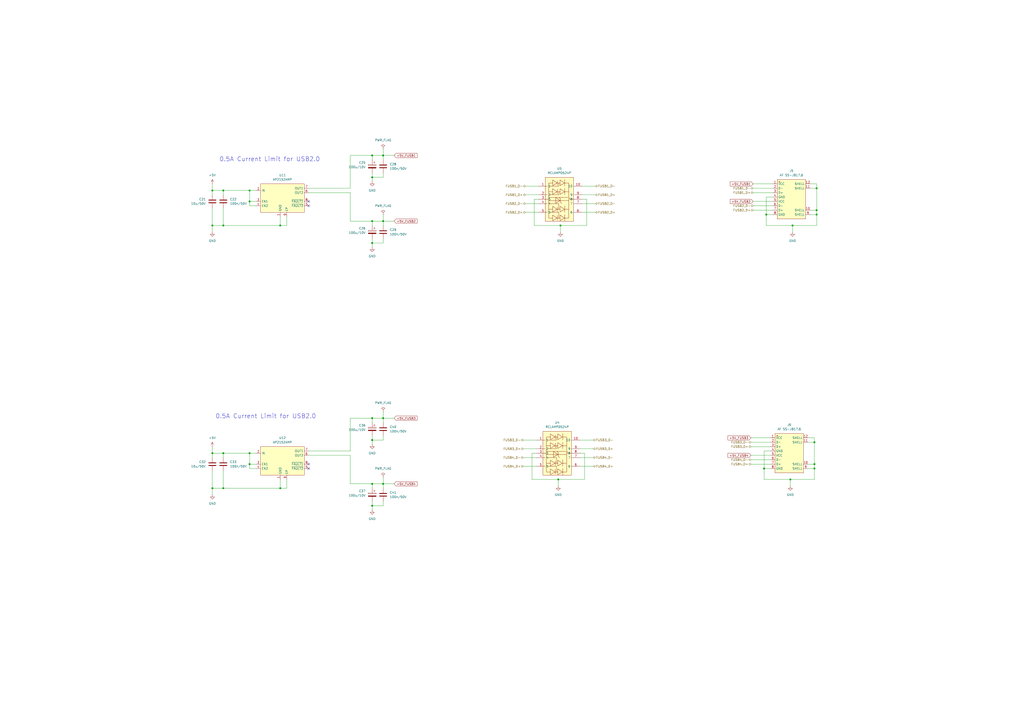
<source format=kicad_sch>
(kicad_sch
	(version 20250114)
	(generator "eeschema")
	(generator_version "9.0")
	(uuid "7bec1556-c8c2-494a-8552-d7175a8fca98")
	(paper "A2")
	(title_block
		(title "LattePanda Mu Console")
		(date "2025-07-30")
		(rev "V1.0")
	)
	(lib_symbols
		(symbol "AFSS-JB17.6_1"
			(exclude_from_sim no)
			(in_bom yes)
			(on_board yes)
			(property "Reference" "J"
				(at 0 13.97 0)
				(effects
					(font
						(size 1.27 1.27)
					)
				)
			)
			(property "Value" "AF SS-JB17.6"
				(at 0 -13.97 0)
				(effects
					(font
						(size 1.27 1.27)
					)
				)
			)
			(property "Footprint" "easyeda2kicad:USB-A-TH_AF-SS-JB17.6"
				(at 0 -16.51 0)
				(effects
					(font
						(size 1.27 1.27)
					)
					(hide yes)
				)
			)
			(property "Datasheet" ""
				(at 0 0 0)
				(effects
					(font
						(size 1.27 1.27)
					)
					(hide yes)
				)
			)
			(property "Description" ""
				(at 0 0 0)
				(effects
					(font
						(size 1.27 1.27)
					)
					(hide yes)
				)
			)
			(property "LCSC Part" "C456021"
				(at 0 -19.05 0)
				(effects
					(font
						(size 1.27 1.27)
					)
					(hide yes)
				)
			)
			(symbol "AFSS-JB17.6_1_0_1"
				(rectangle
					(start -8.89 11.43)
					(end 7.62 -11.43)
					(stroke
						(width 0)
						(type default)
					)
					(fill
						(type background)
					)
				)
				(circle
					(center -7.62 10.16)
					(radius 0.38)
					(stroke
						(width 0)
						(type default)
					)
					(fill
						(type none)
					)
				)
				(pin power_in line
					(at -11.43 8.89 0)
					(length 2.54)
					(name "VCC"
						(effects
							(font
								(size 1.27 1.27)
							)
						)
					)
					(number "1"
						(effects
							(font
								(size 1.27 1.27)
							)
						)
					)
				)
				(pin bidirectional line
					(at -11.43 6.35 0)
					(length 2.54)
					(name "D-"
						(effects
							(font
								(size 1.27 1.27)
							)
						)
					)
					(number "2"
						(effects
							(font
								(size 1.27 1.27)
							)
						)
					)
				)
				(pin bidirectional line
					(at -11.43 3.81 0)
					(length 2.54)
					(name "D+"
						(effects
							(font
								(size 1.27 1.27)
							)
						)
					)
					(number "3"
						(effects
							(font
								(size 1.27 1.27)
							)
						)
					)
				)
				(pin power_in line
					(at -11.43 1.27 0)
					(length 2.54)
					(name "GND"
						(effects
							(font
								(size 1.27 1.27)
							)
						)
					)
					(number "4"
						(effects
							(font
								(size 1.27 1.27)
							)
						)
					)
				)
				(pin power_in line
					(at -11.43 -1.27 0)
					(length 2.54)
					(name "VCC"
						(effects
							(font
								(size 1.27 1.27)
							)
						)
					)
					(number "5"
						(effects
							(font
								(size 1.27 1.27)
							)
						)
					)
				)
				(pin bidirectional line
					(at -11.43 -3.81 0)
					(length 2.54)
					(name "D-"
						(effects
							(font
								(size 1.27 1.27)
							)
						)
					)
					(number "6"
						(effects
							(font
								(size 1.27 1.27)
							)
						)
					)
				)
				(pin bidirectional line
					(at -11.43 -6.35 0)
					(length 2.54)
					(name "D+"
						(effects
							(font
								(size 1.27 1.27)
							)
						)
					)
					(number "7"
						(effects
							(font
								(size 1.27 1.27)
							)
						)
					)
				)
				(pin power_in line
					(at -11.43 -8.89 0)
					(length 2.54)
					(name "GND"
						(effects
							(font
								(size 1.27 1.27)
							)
						)
					)
					(number "8"
						(effects
							(font
								(size 1.27 1.27)
							)
						)
					)
				)
				(pin passive line
					(at 10.16 8.89 180)
					(length 2.54)
					(name "SHELL"
						(effects
							(font
								(size 1.27 1.27)
							)
						)
					)
					(number "12"
						(effects
							(font
								(size 1.27 1.27)
							)
						)
					)
				)
				(pin passive line
					(at 10.16 6.35 180)
					(length 2.54)
					(name "SHELL"
						(effects
							(font
								(size 1.27 1.27)
							)
						)
					)
					(number "11"
						(effects
							(font
								(size 1.27 1.27)
							)
						)
					)
				)
				(pin passive line
					(at 10.16 -6.35 180)
					(length 2.54)
					(name "SHELL"
						(effects
							(font
								(size 1.27 1.27)
							)
						)
					)
					(number "10"
						(effects
							(font
								(size 1.27 1.27)
							)
						)
					)
				)
				(pin passive line
					(at 10.16 -8.89 180)
					(length 2.54)
					(name "SHELL"
						(effects
							(font
								(size 1.27 1.27)
							)
						)
					)
					(number "9"
						(effects
							(font
								(size 1.27 1.27)
							)
						)
					)
				)
			)
			(embedded_fonts no)
		)
		(symbol "AP2152AMP_1"
			(exclude_from_sim no)
			(in_bom yes)
			(on_board yes)
			(property "Reference" "U"
				(at 0 8.128 0)
				(effects
					(font
						(size 1.27 1.27)
					)
				)
			)
			(property "Value" "AP2152AMP"
				(at 0.254 6.096 0)
				(effects
					(font
						(size 1.27 1.27)
					)
				)
			)
			(property "Footprint" "Package_SO:MSOP-8-1EP_3x3mm_P0.65mm_EP1.95x2.15mm"
				(at 0 -26.924 0)
				(effects
					(font
						(size 1.27 1.27)
					)
					(hide yes)
				)
			)
			(property "Datasheet" ""
				(at 0 0 0)
				(effects
					(font
						(size 1.27 1.27)
					)
					(hide yes)
				)
			)
			(property "Description" ""
				(at 0 0 0)
				(effects
					(font
						(size 1.27 1.27)
					)
					(hide yes)
				)
			)
			(symbol "AP2152AMP_1_0_1"
				(rectangle
					(start -13.97 5.08)
					(end 11.43 -11.43)
					(stroke
						(width 0)
						(type default)
					)
					(fill
						(type background)
					)
				)
			)
			(symbol "AP2152AMP_1_1_1"
				(pin unspecified line
					(at -16.51 1.27 0)
					(length 2.54)
					(name "IN"
						(effects
							(font
								(size 1.27 1.27)
							)
						)
					)
					(number "2"
						(effects
							(font
								(size 1.27 1.27)
							)
						)
					)
				)
				(pin unspecified line
					(at -16.51 -5.08 0)
					(length 2.54)
					(name "EN1"
						(effects
							(font
								(size 1.27 1.27)
							)
						)
					)
					(number "3"
						(effects
							(font
								(size 1.27 1.27)
							)
						)
					)
				)
				(pin unspecified line
					(at -16.51 -7.62 0)
					(length 2.54)
					(name "EN2"
						(effects
							(font
								(size 1.27 1.27)
							)
						)
					)
					(number "4"
						(effects
							(font
								(size 1.27 1.27)
							)
						)
					)
				)
				(pin unspecified line
					(at -2.54 -13.97 90)
					(length 2.54)
					(name "GND"
						(effects
							(font
								(size 1.27 1.27)
							)
						)
					)
					(number "1"
						(effects
							(font
								(size 1.27 1.27)
							)
						)
					)
				)
				(pin unspecified line
					(at 1.27 -13.97 90)
					(length 2.54)
					(name "EP"
						(effects
							(font
								(size 1.27 1.27)
							)
						)
					)
					(number "9"
						(effects
							(font
								(size 1.27 1.27)
							)
						)
					)
				)
				(pin unspecified line
					(at 13.97 2.54 180)
					(length 2.54)
					(name "OUT1"
						(effects
							(font
								(size 1.27 1.27)
							)
						)
					)
					(number "7"
						(effects
							(font
								(size 1.27 1.27)
							)
						)
					)
				)
				(pin unspecified line
					(at 13.97 0 180)
					(length 2.54)
					(name "OUT2"
						(effects
							(font
								(size 1.27 1.27)
							)
						)
					)
					(number "6"
						(effects
							(font
								(size 1.27 1.27)
							)
						)
					)
				)
				(pin unspecified line
					(at 13.97 -5.08 180)
					(length 2.54)
					(name "~{FAULT1}"
						(effects
							(font
								(size 1.27 1.27)
							)
						)
					)
					(number "8"
						(effects
							(font
								(size 1.27 1.27)
							)
						)
					)
				)
				(pin unspecified line
					(at 13.97 -7.62 180)
					(length 2.54)
					(name "~{FAULT2}"
						(effects
							(font
								(size 1.27 1.27)
							)
						)
					)
					(number "5"
						(effects
							(font
								(size 1.27 1.27)
							)
						)
					)
				)
			)
			(embedded_fonts no)
		)
		(symbol "Device:C"
			(pin_numbers
				(hide yes)
			)
			(pin_names
				(offset 0.254)
			)
			(exclude_from_sim no)
			(in_bom yes)
			(on_board yes)
			(property "Reference" "C"
				(at 0.635 2.54 0)
				(effects
					(font
						(size 1.27 1.27)
					)
					(justify left)
				)
			)
			(property "Value" "C"
				(at 0.635 -2.54 0)
				(effects
					(font
						(size 1.27 1.27)
					)
					(justify left)
				)
			)
			(property "Footprint" ""
				(at 0.9652 -3.81 0)
				(effects
					(font
						(size 1.27 1.27)
					)
					(hide yes)
				)
			)
			(property "Datasheet" "~"
				(at 0 0 0)
				(effects
					(font
						(size 1.27 1.27)
					)
					(hide yes)
				)
			)
			(property "Description" "Unpolarized capacitor"
				(at 0 0 0)
				(effects
					(font
						(size 1.27 1.27)
					)
					(hide yes)
				)
			)
			(property "ki_keywords" "cap capacitor"
				(at 0 0 0)
				(effects
					(font
						(size 1.27 1.27)
					)
					(hide yes)
				)
			)
			(property "ki_fp_filters" "C_*"
				(at 0 0 0)
				(effects
					(font
						(size 1.27 1.27)
					)
					(hide yes)
				)
			)
			(symbol "C_0_1"
				(polyline
					(pts
						(xy -2.032 0.762) (xy 2.032 0.762)
					)
					(stroke
						(width 0.508)
						(type default)
					)
					(fill
						(type none)
					)
				)
				(polyline
					(pts
						(xy -2.032 -0.762) (xy 2.032 -0.762)
					)
					(stroke
						(width 0.508)
						(type default)
					)
					(fill
						(type none)
					)
				)
			)
			(symbol "C_1_1"
				(pin passive line
					(at 0 3.81 270)
					(length 2.794)
					(name "~"
						(effects
							(font
								(size 1.27 1.27)
							)
						)
					)
					(number "1"
						(effects
							(font
								(size 1.27 1.27)
							)
						)
					)
				)
				(pin passive line
					(at 0 -3.81 90)
					(length 2.794)
					(name "~"
						(effects
							(font
								(size 1.27 1.27)
							)
						)
					)
					(number "2"
						(effects
							(font
								(size 1.27 1.27)
							)
						)
					)
				)
			)
			(embedded_fonts no)
		)
		(symbol "Device:C_Polarized"
			(pin_numbers
				(hide yes)
			)
			(pin_names
				(offset 0.254)
			)
			(exclude_from_sim no)
			(in_bom yes)
			(on_board yes)
			(property "Reference" "C"
				(at 0.635 2.54 0)
				(effects
					(font
						(size 1.27 1.27)
					)
					(justify left)
				)
			)
			(property "Value" "C_Polarized"
				(at 0.635 -2.54 0)
				(effects
					(font
						(size 1.27 1.27)
					)
					(justify left)
				)
			)
			(property "Footprint" ""
				(at 0.9652 -3.81 0)
				(effects
					(font
						(size 1.27 1.27)
					)
					(hide yes)
				)
			)
			(property "Datasheet" "~"
				(at 0 0 0)
				(effects
					(font
						(size 1.27 1.27)
					)
					(hide yes)
				)
			)
			(property "Description" "Polarized capacitor"
				(at 0 0 0)
				(effects
					(font
						(size 1.27 1.27)
					)
					(hide yes)
				)
			)
			(property "ki_keywords" "cap capacitor"
				(at 0 0 0)
				(effects
					(font
						(size 1.27 1.27)
					)
					(hide yes)
				)
			)
			(property "ki_fp_filters" "CP_*"
				(at 0 0 0)
				(effects
					(font
						(size 1.27 1.27)
					)
					(hide yes)
				)
			)
			(symbol "C_Polarized_0_1"
				(rectangle
					(start -2.286 0.508)
					(end 2.286 1.016)
					(stroke
						(width 0)
						(type default)
					)
					(fill
						(type none)
					)
				)
				(polyline
					(pts
						(xy -1.778 2.286) (xy -0.762 2.286)
					)
					(stroke
						(width 0)
						(type default)
					)
					(fill
						(type none)
					)
				)
				(polyline
					(pts
						(xy -1.27 2.794) (xy -1.27 1.778)
					)
					(stroke
						(width 0)
						(type default)
					)
					(fill
						(type none)
					)
				)
				(rectangle
					(start 2.286 -0.508)
					(end -2.286 -1.016)
					(stroke
						(width 0)
						(type default)
					)
					(fill
						(type outline)
					)
				)
			)
			(symbol "C_Polarized_1_1"
				(pin passive line
					(at 0 3.81 270)
					(length 2.794)
					(name "~"
						(effects
							(font
								(size 1.27 1.27)
							)
						)
					)
					(number "1"
						(effects
							(font
								(size 1.27 1.27)
							)
						)
					)
				)
				(pin passive line
					(at 0 -3.81 90)
					(length 2.794)
					(name "~"
						(effects
							(font
								(size 1.27 1.27)
							)
						)
					)
					(number "2"
						(effects
							(font
								(size 1.27 1.27)
							)
						)
					)
				)
			)
			(embedded_fonts no)
		)
		(symbol "easyeda2kicad:AFSS-JB17.6"
			(exclude_from_sim no)
			(in_bom yes)
			(on_board yes)
			(property "Reference" "J"
				(at 0 13.97 0)
				(effects
					(font
						(size 1.27 1.27)
					)
				)
			)
			(property "Value" "AF SS-JB17.6"
				(at 0 -13.97 0)
				(effects
					(font
						(size 1.27 1.27)
					)
				)
			)
			(property "Footprint" "easyeda2kicad:USB-A-TH_AF-SS-JB17.6"
				(at 0 -16.51 0)
				(effects
					(font
						(size 1.27 1.27)
					)
					(hide yes)
				)
			)
			(property "Datasheet" ""
				(at 0 0 0)
				(effects
					(font
						(size 1.27 1.27)
					)
					(hide yes)
				)
			)
			(property "Description" ""
				(at 0 0 0)
				(effects
					(font
						(size 1.27 1.27)
					)
					(hide yes)
				)
			)
			(property "LCSC Part" "C456021"
				(at 0 -19.05 0)
				(effects
					(font
						(size 1.27 1.27)
					)
					(hide yes)
				)
			)
			(symbol "AFSS-JB17.6_0_1"
				(rectangle
					(start -8.89 11.43)
					(end 7.62 -11.43)
					(stroke
						(width 0)
						(type default)
					)
					(fill
						(type background)
					)
				)
				(circle
					(center -7.62 10.16)
					(radius 0.38)
					(stroke
						(width 0)
						(type default)
					)
					(fill
						(type none)
					)
				)
				(pin power_in line
					(at -11.43 8.89 0)
					(length 2.54)
					(name "VCC"
						(effects
							(font
								(size 1.27 1.27)
							)
						)
					)
					(number "1"
						(effects
							(font
								(size 1.27 1.27)
							)
						)
					)
				)
				(pin bidirectional line
					(at -11.43 6.35 0)
					(length 2.54)
					(name "D-"
						(effects
							(font
								(size 1.27 1.27)
							)
						)
					)
					(number "2"
						(effects
							(font
								(size 1.27 1.27)
							)
						)
					)
				)
				(pin bidirectional line
					(at -11.43 3.81 0)
					(length 2.54)
					(name "D+"
						(effects
							(font
								(size 1.27 1.27)
							)
						)
					)
					(number "3"
						(effects
							(font
								(size 1.27 1.27)
							)
						)
					)
				)
				(pin power_in line
					(at -11.43 1.27 0)
					(length 2.54)
					(name "GND"
						(effects
							(font
								(size 1.27 1.27)
							)
						)
					)
					(number "4"
						(effects
							(font
								(size 1.27 1.27)
							)
						)
					)
				)
				(pin power_in line
					(at -11.43 -1.27 0)
					(length 2.54)
					(name "VCC"
						(effects
							(font
								(size 1.27 1.27)
							)
						)
					)
					(number "5"
						(effects
							(font
								(size 1.27 1.27)
							)
						)
					)
				)
				(pin bidirectional line
					(at -11.43 -3.81 0)
					(length 2.54)
					(name "D-"
						(effects
							(font
								(size 1.27 1.27)
							)
						)
					)
					(number "6"
						(effects
							(font
								(size 1.27 1.27)
							)
						)
					)
				)
				(pin bidirectional line
					(at -11.43 -6.35 0)
					(length 2.54)
					(name "D+"
						(effects
							(font
								(size 1.27 1.27)
							)
						)
					)
					(number "7"
						(effects
							(font
								(size 1.27 1.27)
							)
						)
					)
				)
				(pin power_in line
					(at -11.43 -8.89 0)
					(length 2.54)
					(name "GND"
						(effects
							(font
								(size 1.27 1.27)
							)
						)
					)
					(number "8"
						(effects
							(font
								(size 1.27 1.27)
							)
						)
					)
				)
				(pin passive line
					(at 10.16 8.89 180)
					(length 2.54)
					(name "SHELL"
						(effects
							(font
								(size 1.27 1.27)
							)
						)
					)
					(number "12"
						(effects
							(font
								(size 1.27 1.27)
							)
						)
					)
				)
				(pin passive line
					(at 10.16 6.35 180)
					(length 2.54)
					(name "SHELL"
						(effects
							(font
								(size 1.27 1.27)
							)
						)
					)
					(number "11"
						(effects
							(font
								(size 1.27 1.27)
							)
						)
					)
				)
				(pin passive line
					(at 10.16 -6.35 180)
					(length 2.54)
					(name "SHELL"
						(effects
							(font
								(size 1.27 1.27)
							)
						)
					)
					(number "10"
						(effects
							(font
								(size 1.27 1.27)
							)
						)
					)
				)
				(pin passive line
					(at 10.16 -8.89 180)
					(length 2.54)
					(name "SHELL"
						(effects
							(font
								(size 1.27 1.27)
							)
						)
					)
					(number "9"
						(effects
							(font
								(size 1.27 1.27)
							)
						)
					)
				)
			)
			(embedded_fonts no)
		)
		(symbol "easyeda2kicad:AP2152AMP"
			(exclude_from_sim no)
			(in_bom yes)
			(on_board yes)
			(property "Reference" "U"
				(at 0 8.128 0)
				(effects
					(font
						(size 1.27 1.27)
					)
				)
			)
			(property "Value" "AP2152AMP"
				(at 0.254 6.096 0)
				(effects
					(font
						(size 1.27 1.27)
					)
				)
			)
			(property "Footprint" "Package_SO:MSOP-8-1EP_3x3mm_P0.65mm_EP1.95x2.15mm"
				(at 0 -26.924 0)
				(effects
					(font
						(size 1.27 1.27)
					)
					(hide yes)
				)
			)
			(property "Datasheet" ""
				(at 0 0 0)
				(effects
					(font
						(size 1.27 1.27)
					)
					(hide yes)
				)
			)
			(property "Description" ""
				(at 0 0 0)
				(effects
					(font
						(size 1.27 1.27)
					)
					(hide yes)
				)
			)
			(symbol "AP2152AMP_0_1"
				(rectangle
					(start -13.97 5.08)
					(end 11.43 -11.43)
					(stroke
						(width 0)
						(type default)
					)
					(fill
						(type background)
					)
				)
			)
			(symbol "AP2152AMP_1_1"
				(pin unspecified line
					(at -16.51 1.27 0)
					(length 2.54)
					(name "IN"
						(effects
							(font
								(size 1.27 1.27)
							)
						)
					)
					(number "2"
						(effects
							(font
								(size 1.27 1.27)
							)
						)
					)
				)
				(pin unspecified line
					(at -16.51 -5.08 0)
					(length 2.54)
					(name "EN1"
						(effects
							(font
								(size 1.27 1.27)
							)
						)
					)
					(number "3"
						(effects
							(font
								(size 1.27 1.27)
							)
						)
					)
				)
				(pin unspecified line
					(at -16.51 -7.62 0)
					(length 2.54)
					(name "EN2"
						(effects
							(font
								(size 1.27 1.27)
							)
						)
					)
					(number "4"
						(effects
							(font
								(size 1.27 1.27)
							)
						)
					)
				)
				(pin unspecified line
					(at -2.54 -13.97 90)
					(length 2.54)
					(name "GND"
						(effects
							(font
								(size 1.27 1.27)
							)
						)
					)
					(number "1"
						(effects
							(font
								(size 1.27 1.27)
							)
						)
					)
				)
				(pin unspecified line
					(at 1.27 -13.97 90)
					(length 2.54)
					(name "EP"
						(effects
							(font
								(size 1.27 1.27)
							)
						)
					)
					(number "9"
						(effects
							(font
								(size 1.27 1.27)
							)
						)
					)
				)
				(pin unspecified line
					(at 13.97 2.54 180)
					(length 2.54)
					(name "OUT1"
						(effects
							(font
								(size 1.27 1.27)
							)
						)
					)
					(number "7"
						(effects
							(font
								(size 1.27 1.27)
							)
						)
					)
				)
				(pin unspecified line
					(at 13.97 0 180)
					(length 2.54)
					(name "OUT2"
						(effects
							(font
								(size 1.27 1.27)
							)
						)
					)
					(number "6"
						(effects
							(font
								(size 1.27 1.27)
							)
						)
					)
				)
				(pin unspecified line
					(at 13.97 -5.08 180)
					(length 2.54)
					(name "~{FAULT1}"
						(effects
							(font
								(size 1.27 1.27)
							)
						)
					)
					(number "8"
						(effects
							(font
								(size 1.27 1.27)
							)
						)
					)
				)
				(pin unspecified line
					(at 13.97 -7.62 180)
					(length 2.54)
					(name "~{FAULT2}"
						(effects
							(font
								(size 1.27 1.27)
							)
						)
					)
					(number "5"
						(effects
							(font
								(size 1.27 1.27)
							)
						)
					)
				)
			)
			(embedded_fonts no)
		)
		(symbol "easyeda2kicad:RCLAMP0524P_C5261085"
			(exclude_from_sim no)
			(in_bom yes)
			(on_board yes)
			(property "Reference" "U"
				(at 0 17.78 0)
				(effects
					(font
						(size 1.27 1.27)
					)
				)
			)
			(property "Value" "RCLAMP0524P_C5261085"
				(at 0 -17.78 0)
				(effects
					(font
						(size 1.27 1.27)
					)
				)
			)
			(property "Footprint" "easyeda2kicad:DFN2510-10_L2.5-W1.0-P0.50-BL"
				(at 0 -20.32 0)
				(effects
					(font
						(size 1.27 1.27)
					)
					(hide yes)
				)
			)
			(property "Datasheet" ""
				(at 0 0 0)
				(effects
					(font
						(size 1.27 1.27)
					)
					(hide yes)
				)
			)
			(property "Description" ""
				(at 0 0 0)
				(effects
					(font
						(size 1.27 1.27)
					)
					(hide yes)
				)
			)
			(property "LCSC Part" "C5261085"
				(at 0 -22.86 0)
				(effects
					(font
						(size 1.27 1.27)
					)
					(hide yes)
				)
			)
			(symbol "RCLAMP0524P_C5261085_0_1"
				(rectangle
					(start -12.7 7.62)
					(end 12.7 -8.89)
					(stroke
						(width 0)
						(type default)
					)
					(fill
						(type background)
					)
				)
				(polyline
					(pts
						(xy -9.4 2.54) (xy -9.4 4.83) (xy 10.92 4.83) (xy 10.92 2.29)
					)
					(stroke
						(width 0)
						(type default)
					)
					(fill
						(type none)
					)
				)
				(polyline
					(pts
						(xy -9.4 -1.02) (xy -7.62 -1.02) (xy -7.62 -6.35)
					)
					(stroke
						(width 0)
						(type default)
					)
					(fill
						(type none)
					)
				)
				(polyline
					(pts
						(xy -9.4 -2.03) (xy -9.4 -0.25)
					)
					(stroke
						(width 0)
						(type default)
					)
					(fill
						(type none)
					)
				)
				(polyline
					(pts
						(xy -8.13 -1.78) (xy -10.67 -1.78)
					)
					(stroke
						(width 0)
						(type default)
					)
					(fill
						(type none)
					)
				)
				(polyline
					(pts
						(xy -7.87 -0.25) (xy -9.4 2.29) (xy -11.18 -0.25) (xy -7.87 -0.25)
					)
					(stroke
						(width 0)
						(type default)
					)
					(fill
						(type background)
					)
				)
				(polyline
					(pts
						(xy -7.87 -4.57) (xy -9.4 -2.03) (xy -11.18 -4.57) (xy -7.87 -4.57)
					)
					(stroke
						(width 0)
						(type default)
					)
					(fill
						(type background)
					)
				)
				(polyline
					(pts
						(xy -7.62 2.54) (xy -11.43 2.54)
					)
					(stroke
						(width 0)
						(type default)
					)
					(fill
						(type none)
					)
				)
				(polyline
					(pts
						(xy -7.62 -6.35)
					)
					(stroke
						(width 0)
						(type default)
					)
					(fill
						(type background)
					)
				)
				(polyline
					(pts
						(xy -4.32 2.29) (xy -4.32 4.83)
					)
					(stroke
						(width 0)
						(type default)
					)
					(fill
						(type none)
					)
				)
				(polyline
					(pts
						(xy -4.32 -1.02) (xy -2.54 -1.02) (xy -2.54 -6.35)
					)
					(stroke
						(width 0)
						(type default)
					)
					(fill
						(type none)
					)
				)
				(polyline
					(pts
						(xy -4.32 -2.03) (xy -4.32 -0.25)
					)
					(stroke
						(width 0)
						(type default)
					)
					(fill
						(type none)
					)
				)
				(polyline
					(pts
						(xy -4.32 -4.57) (xy -4.32 -6.86)
					)
					(stroke
						(width 0)
						(type default)
					)
					(fill
						(type none)
					)
				)
				(polyline
					(pts
						(xy -3.05 -1.78) (xy -5.84 -1.78)
					)
					(stroke
						(width 0)
						(type default)
					)
					(fill
						(type none)
					)
				)
				(polyline
					(pts
						(xy -2.79 -0.25) (xy -4.32 2.29) (xy -6.1 -0.25) (xy -2.79 -0.25)
					)
					(stroke
						(width 0)
						(type default)
					)
					(fill
						(type background)
					)
				)
				(polyline
					(pts
						(xy -2.79 -4.57) (xy -4.32 -2.03) (xy -6.1 -4.57) (xy -2.79 -4.57)
					)
					(stroke
						(width 0)
						(type default)
					)
					(fill
						(type background)
					)
				)
				(polyline
					(pts
						(xy -2.54 2.54) (xy -6.35 2.54)
					)
					(stroke
						(width 0)
						(type default)
					)
					(fill
						(type none)
					)
				)
				(polyline
					(pts
						(xy -2.54 -6.35)
					)
					(stroke
						(width 0)
						(type default)
					)
					(fill
						(type background)
					)
				)
				(polyline
					(pts
						(xy -1.02 5.33)
					)
					(stroke
						(width 0)
						(type default)
					)
					(fill
						(type background)
					)
				)
				(polyline
					(pts
						(xy -1.02 4.32) (xy -1.02 -6.86)
					)
					(stroke
						(width 0)
						(type default)
					)
					(fill
						(type none)
					)
				)
				(polyline
					(pts
						(xy 0 7.62)
					)
					(stroke
						(width 0)
						(type default)
					)
					(fill
						(type background)
					)
				)
				(polyline
					(pts
						(xy 0 7.62) (xy 0 7.62) (xy 0 5.33) (xy -1.02 5.33)
					)
					(stroke
						(width 0)
						(type default)
					)
					(fill
						(type none)
					)
				)
				(polyline
					(pts
						(xy 0 -7.62) (xy 0 -6.86)
					)
					(stroke
						(width 0)
						(type default)
					)
					(fill
						(type none)
					)
				)
				(polyline
					(pts
						(xy 0.76 -6.86) (xy 0.76 4.83)
					)
					(stroke
						(width 0)
						(type default)
					)
					(fill
						(type none)
					)
				)
				(polyline
					(pts
						(xy 2.29 -2.79) (xy 0.76 -0.25) (xy -1.02 -2.79) (xy 2.29 -2.79)
					)
					(stroke
						(width 0)
						(type default)
					)
					(fill
						(type background)
					)
				)
				(polyline
					(pts
						(xy 2.54 0.76) (xy 1.78 0) (xy -0.25 0) (xy -1.02 -0.76)
					)
					(stroke
						(width 0)
						(type default)
					)
					(fill
						(type none)
					)
				)
				(polyline
					(pts
						(xy 2.54 -6.35)
					)
					(stroke
						(width 0)
						(type default)
					)
					(fill
						(type background)
					)
				)
				(polyline
					(pts
						(xy 5.84 2.54) (xy 5.84 4.57)
					)
					(stroke
						(width 0)
						(type default)
					)
					(fill
						(type none)
					)
				)
				(polyline
					(pts
						(xy 5.84 -1.02) (xy 2.54 -1.02) (xy 2.54 -6.35)
					)
					(stroke
						(width 0)
						(type default)
					)
					(fill
						(type none)
					)
				)
				(polyline
					(pts
						(xy 5.84 -2.03) (xy 5.84 -0.25)
					)
					(stroke
						(width 0)
						(type default)
					)
					(fill
						(type none)
					)
				)
				(polyline
					(pts
						(xy 5.84 -4.57) (xy 5.84 -6.86)
					)
					(stroke
						(width 0)
						(type default)
					)
					(fill
						(type none)
					)
				)
				(polyline
					(pts
						(xy 7.11 -1.78) (xy 4.57 -1.78)
					)
					(stroke
						(width 0)
						(type default)
					)
					(fill
						(type none)
					)
				)
				(polyline
					(pts
						(xy 7.37 -0.25) (xy 5.84 2.29) (xy 4.06 -0.25) (xy 7.37 -0.25)
					)
					(stroke
						(width 0)
						(type default)
					)
					(fill
						(type background)
					)
				)
				(polyline
					(pts
						(xy 7.37 -4.57) (xy 5.84 -2.03) (xy 4.06 -4.57) (xy 7.37 -4.57)
					)
					(stroke
						(width 0)
						(type default)
					)
					(fill
						(type background)
					)
				)
				(polyline
					(pts
						(xy 7.62 2.54) (xy 3.81 2.54)
					)
					(stroke
						(width 0)
						(type default)
					)
					(fill
						(type none)
					)
				)
				(polyline
					(pts
						(xy 7.62 -6.1)
					)
					(stroke
						(width 0)
						(type default)
					)
					(fill
						(type background)
					)
				)
				(polyline
					(pts
						(xy 10.92 -1.02) (xy 7.62 -1.02) (xy 7.62 -6.1)
					)
					(stroke
						(width 0)
						(type default)
					)
					(fill
						(type none)
					)
				)
				(polyline
					(pts
						(xy 10.92 -2.03) (xy 10.92 -0.25)
					)
					(stroke
						(width 0)
						(type default)
					)
					(fill
						(type none)
					)
				)
				(polyline
					(pts
						(xy 10.92 -4.57) (xy 10.92 -6.86) (xy -9.4 -6.86) (xy -9.4 -4.32)
					)
					(stroke
						(width 0)
						(type default)
					)
					(fill
						(type none)
					)
				)
				(polyline
					(pts
						(xy 12.19 -1.78) (xy 9.4 -1.78)
					)
					(stroke
						(width 0)
						(type default)
					)
					(fill
						(type none)
					)
				)
				(polyline
					(pts
						(xy 12.45 -0.25) (xy 10.92 2.29) (xy 9.14 -0.25) (xy 12.45 -0.25)
					)
					(stroke
						(width 0)
						(type default)
					)
					(fill
						(type background)
					)
				)
				(polyline
					(pts
						(xy 12.45 -4.57) (xy 10.92 -2.03) (xy 9.14 -4.57) (xy 12.45 -4.57)
					)
					(stroke
						(width 0)
						(type default)
					)
					(fill
						(type background)
					)
				)
				(polyline
					(pts
						(xy 12.7 2.54) (xy 8.89 2.54)
					)
					(stroke
						(width 0)
						(type default)
					)
					(fill
						(type none)
					)
				)
				(pin unspecified line
					(at -7.62 12.7 270)
					(length 5.08)
					(name "10"
						(effects
							(font
								(size 1.27 1.27)
							)
						)
					)
					(number "10"
						(effects
							(font
								(size 1.27 1.27)
							)
						)
					)
				)
				(pin unspecified line
					(at -7.62 -12.7 90)
					(length 5.08)
					(name "1"
						(effects
							(font
								(size 1.27 1.27)
							)
						)
					)
					(number "1"
						(effects
							(font
								(size 1.27 1.27)
							)
						)
					)
				)
				(pin unspecified line
					(at -2.54 12.7 270)
					(length 5.08)
					(name "9"
						(effects
							(font
								(size 1.27 1.27)
							)
						)
					)
					(number "9"
						(effects
							(font
								(size 1.27 1.27)
							)
						)
					)
				)
				(pin unspecified line
					(at -2.54 -12.7 90)
					(length 5.08)
					(name "2"
						(effects
							(font
								(size 1.27 1.27)
							)
						)
					)
					(number "2"
						(effects
							(font
								(size 1.27 1.27)
							)
						)
					)
				)
				(pin unspecified line
					(at 0 12.7 270)
					(length 5.08)
					(name "8"
						(effects
							(font
								(size 1.27 1.27)
							)
						)
					)
					(number "8"
						(effects
							(font
								(size 1.27 1.27)
							)
						)
					)
				)
				(pin unspecified line
					(at 0 -12.7 90)
					(length 5.08)
					(name "3"
						(effects
							(font
								(size 1.27 1.27)
							)
						)
					)
					(number "3"
						(effects
							(font
								(size 1.27 1.27)
							)
						)
					)
				)
				(pin unspecified line
					(at 2.54 12.7 270)
					(length 5.08)
					(name "7"
						(effects
							(font
								(size 1.27 1.27)
							)
						)
					)
					(number "7"
						(effects
							(font
								(size 1.27 1.27)
							)
						)
					)
				)
				(pin unspecified line
					(at 2.54 -12.7 90)
					(length 5.08)
					(name "4"
						(effects
							(font
								(size 1.27 1.27)
							)
						)
					)
					(number "4"
						(effects
							(font
								(size 1.27 1.27)
							)
						)
					)
				)
				(pin unspecified line
					(at 7.62 12.7 270)
					(length 5.08)
					(name "6"
						(effects
							(font
								(size 1.27 1.27)
							)
						)
					)
					(number "6"
						(effects
							(font
								(size 1.27 1.27)
							)
						)
					)
				)
				(pin unspecified line
					(at 7.62 -12.7 90)
					(length 5.08)
					(name "5"
						(effects
							(font
								(size 1.27 1.27)
							)
						)
					)
					(number "5"
						(effects
							(font
								(size 1.27 1.27)
							)
						)
					)
				)
			)
			(embedded_fonts no)
		)
		(symbol "power:+5V"
			(power)
			(pin_numbers
				(hide yes)
			)
			(pin_names
				(offset 0)
				(hide yes)
			)
			(exclude_from_sim no)
			(in_bom yes)
			(on_board yes)
			(property "Reference" "#PWR"
				(at 0 -3.81 0)
				(effects
					(font
						(size 1.27 1.27)
					)
					(hide yes)
				)
			)
			(property "Value" "+5V"
				(at 0 3.556 0)
				(effects
					(font
						(size 1.27 1.27)
					)
				)
			)
			(property "Footprint" ""
				(at 0 0 0)
				(effects
					(font
						(size 1.27 1.27)
					)
					(hide yes)
				)
			)
			(property "Datasheet" ""
				(at 0 0 0)
				(effects
					(font
						(size 1.27 1.27)
					)
					(hide yes)
				)
			)
			(property "Description" "Power symbol creates a global label with name \"+5V\""
				(at 0 0 0)
				(effects
					(font
						(size 1.27 1.27)
					)
					(hide yes)
				)
			)
			(property "ki_keywords" "global power"
				(at 0 0 0)
				(effects
					(font
						(size 1.27 1.27)
					)
					(hide yes)
				)
			)
			(symbol "+5V_0_1"
				(polyline
					(pts
						(xy -0.762 1.27) (xy 0 2.54)
					)
					(stroke
						(width 0)
						(type default)
					)
					(fill
						(type none)
					)
				)
				(polyline
					(pts
						(xy 0 2.54) (xy 0.762 1.27)
					)
					(stroke
						(width 0)
						(type default)
					)
					(fill
						(type none)
					)
				)
				(polyline
					(pts
						(xy 0 0) (xy 0 2.54)
					)
					(stroke
						(width 0)
						(type default)
					)
					(fill
						(type none)
					)
				)
			)
			(symbol "+5V_1_1"
				(pin power_in line
					(at 0 0 90)
					(length 0)
					(name "~"
						(effects
							(font
								(size 1.27 1.27)
							)
						)
					)
					(number "1"
						(effects
							(font
								(size 1.27 1.27)
							)
						)
					)
				)
			)
			(embedded_fonts no)
		)
		(symbol "power:GND"
			(power)
			(pin_numbers
				(hide yes)
			)
			(pin_names
				(offset 0)
				(hide yes)
			)
			(exclude_from_sim no)
			(in_bom yes)
			(on_board yes)
			(property "Reference" "#PWR"
				(at 0 -6.35 0)
				(effects
					(font
						(size 1.27 1.27)
					)
					(hide yes)
				)
			)
			(property "Value" "GND"
				(at 0 -3.81 0)
				(effects
					(font
						(size 1.27 1.27)
					)
				)
			)
			(property "Footprint" ""
				(at 0 0 0)
				(effects
					(font
						(size 1.27 1.27)
					)
					(hide yes)
				)
			)
			(property "Datasheet" ""
				(at 0 0 0)
				(effects
					(font
						(size 1.27 1.27)
					)
					(hide yes)
				)
			)
			(property "Description" "Power symbol creates a global label with name \"GND\" , ground"
				(at 0 0 0)
				(effects
					(font
						(size 1.27 1.27)
					)
					(hide yes)
				)
			)
			(property "ki_keywords" "global power"
				(at 0 0 0)
				(effects
					(font
						(size 1.27 1.27)
					)
					(hide yes)
				)
			)
			(symbol "GND_0_1"
				(polyline
					(pts
						(xy 0 0) (xy 0 -1.27) (xy 1.27 -1.27) (xy 0 -2.54) (xy -1.27 -1.27) (xy 0 -1.27)
					)
					(stroke
						(width 0)
						(type default)
					)
					(fill
						(type none)
					)
				)
			)
			(symbol "GND_1_1"
				(pin power_in line
					(at 0 0 270)
					(length 0)
					(name "~"
						(effects
							(font
								(size 1.27 1.27)
							)
						)
					)
					(number "1"
						(effects
							(font
								(size 1.27 1.27)
							)
						)
					)
				)
			)
			(embedded_fonts no)
		)
		(symbol "power:PWR_FLAG"
			(power)
			(pin_numbers
				(hide yes)
			)
			(pin_names
				(offset 0)
				(hide yes)
			)
			(exclude_from_sim no)
			(in_bom yes)
			(on_board yes)
			(property "Reference" "#FLG"
				(at 0 1.905 0)
				(effects
					(font
						(size 1.27 1.27)
					)
					(hide yes)
				)
			)
			(property "Value" "PWR_FLAG"
				(at 0 3.81 0)
				(effects
					(font
						(size 1.27 1.27)
					)
				)
			)
			(property "Footprint" ""
				(at 0 0 0)
				(effects
					(font
						(size 1.27 1.27)
					)
					(hide yes)
				)
			)
			(property "Datasheet" "~"
				(at 0 0 0)
				(effects
					(font
						(size 1.27 1.27)
					)
					(hide yes)
				)
			)
			(property "Description" "Special symbol for telling ERC where power comes from"
				(at 0 0 0)
				(effects
					(font
						(size 1.27 1.27)
					)
					(hide yes)
				)
			)
			(property "ki_keywords" "flag power"
				(at 0 0 0)
				(effects
					(font
						(size 1.27 1.27)
					)
					(hide yes)
				)
			)
			(symbol "PWR_FLAG_0_0"
				(pin power_out line
					(at 0 0 90)
					(length 0)
					(name "~"
						(effects
							(font
								(size 1.27 1.27)
							)
						)
					)
					(number "1"
						(effects
							(font
								(size 1.27 1.27)
							)
						)
					)
				)
			)
			(symbol "PWR_FLAG_0_1"
				(polyline
					(pts
						(xy 0 0) (xy 0 1.27) (xy -1.016 1.905) (xy 0 2.54) (xy 1.016 1.905) (xy 0 1.27)
					)
					(stroke
						(width 0)
						(type default)
					)
					(fill
						(type none)
					)
				)
			)
			(embedded_fonts no)
		)
	)
	(text "0.5A Current Limit for USB2.0"
		(exclude_from_sim no)
		(at 156.464 92.456 0)
		(effects
			(font
				(size 2.54 2.54)
			)
		)
		(uuid "a3f828f2-65c1-4453-96fb-51569acda12a")
	)
	(text "0.5A Current Limit for USB2.0"
		(exclude_from_sim no)
		(at 154.178 241.554 0)
		(effects
			(font
				(size 2.54 2.54)
			)
		)
		(uuid "eaa15c90-8d34-47e8-b901-05e8fff52ec4")
	)
	(junction
		(at 222.25 90.17)
		(diameter 0)
		(color 0 0 0 0)
		(uuid "06fc9e9e-b9a4-4199-b273-dc0b7ad91bdd")
	)
	(junction
		(at 472.44 269.24)
		(diameter 0)
		(color 0 0 0 0)
		(uuid "0b3d9c58-2fcc-45af-b441-8fabfd540077")
	)
	(junction
		(at 162.56 130.81)
		(diameter 0)
		(color 0 0 0 0)
		(uuid "0b777e98-63eb-4710-ac60-820a4ce8bc48")
	)
	(junction
		(at 215.9 280.67)
		(diameter 0)
		(color 0 0 0 0)
		(uuid "0e720fb5-d8ce-4843-ac05-a06ce71de1f0")
	)
	(junction
		(at 215.9 242.57)
		(diameter 0)
		(color 0 0 0 0)
		(uuid "0e9194cd-33b0-477d-842b-aad16a223709")
	)
	(junction
		(at 144.78 116.84)
		(diameter 0)
		(color 0 0 0 0)
		(uuid "1282e02e-98ab-473c-8799-d3fcf0b788d4")
	)
	(junction
		(at 325.12 130.81)
		(diameter 0)
		(color 0 0 0 0)
		(uuid "18d2e9cb-2862-4b61-b0ad-a8c6e9566c33")
	)
	(junction
		(at 472.44 256.54)
		(diameter 0)
		(color 0 0 0 0)
		(uuid "1ba4c028-35aa-4670-bcbd-e1e1d6d5efda")
	)
	(junction
		(at 472.44 271.78)
		(diameter 0)
		(color 0 0 0 0)
		(uuid "1c57fcba-5133-4898-be08-db9452326800")
	)
	(junction
		(at 215.9 255.27)
		(diameter 0)
		(color 0 0 0 0)
		(uuid "23f085da-da74-4d2f-bc7f-7dd7e8bc4d27")
	)
	(junction
		(at 144.78 110.49)
		(diameter 0)
		(color 0 0 0 0)
		(uuid "29cb9c0d-ee1e-4d0a-bdaf-0f1f6075daad")
	)
	(junction
		(at 129.54 283.21)
		(diameter 0)
		(color 0 0 0 0)
		(uuid "2d49f003-f69e-423e-b3fa-74df31223fd2")
	)
	(junction
		(at 144.78 269.24)
		(diameter 0)
		(color 0 0 0 0)
		(uuid "2e3f8110-4fa5-4210-b5f7-4e82472ed7dc")
	)
	(junction
		(at 443.23 271.78)
		(diameter 0)
		(color 0 0 0 0)
		(uuid "33c7a6f9-ae22-472b-ae47-cf5c4636b993")
	)
	(junction
		(at 215.9 102.87)
		(diameter 0)
		(color 0 0 0 0)
		(uuid "409652bf-32af-4664-833c-ac52bc641490")
	)
	(junction
		(at 215.9 293.37)
		(diameter 0)
		(color 0 0 0 0)
		(uuid "41b2b576-02e1-4e06-9c07-d18c80917957")
	)
	(junction
		(at 123.19 110.49)
		(diameter 0)
		(color 0 0 0 0)
		(uuid "4456612e-f3f7-423e-85bd-22759742c843")
	)
	(junction
		(at 222.25 280.67)
		(diameter 0)
		(color 0 0 0 0)
		(uuid "48acb04b-00f2-4a48-b45e-a6392bc940ad")
	)
	(junction
		(at 129.54 262.89)
		(diameter 0)
		(color 0 0 0 0)
		(uuid "4dedbcd3-a74b-421a-b219-0ea13a5b3c77")
	)
	(junction
		(at 215.9 140.97)
		(diameter 0)
		(color 0 0 0 0)
		(uuid "4eac1585-4d1a-4a3b-9c69-680299741481")
	)
	(junction
		(at 129.54 110.49)
		(diameter 0)
		(color 0 0 0 0)
		(uuid "669f0398-4358-4f68-a43f-bd4d712be365")
	)
	(junction
		(at 222.25 242.57)
		(diameter 0)
		(color 0 0 0 0)
		(uuid "6d01989e-c7d7-4af9-842c-044181442c1e")
	)
	(junction
		(at 222.25 128.27)
		(diameter 0)
		(color 0 0 0 0)
		(uuid "79826c68-697d-49ce-adde-8c585589ee34")
	)
	(junction
		(at 162.56 283.21)
		(diameter 0)
		(color 0 0 0 0)
		(uuid "79ac4958-8ff7-4b89-adf5-2d090c7febd2")
	)
	(junction
		(at 123.19 283.21)
		(diameter 0)
		(color 0 0 0 0)
		(uuid "7ab3dd1c-1203-4b48-b420-b63012965cb2")
	)
	(junction
		(at 458.47 278.13)
		(diameter 0)
		(color 0 0 0 0)
		(uuid "868e2395-0421-4dcc-8d47-2b945853d217")
	)
	(junction
		(at 129.54 130.81)
		(diameter 0)
		(color 0 0 0 0)
		(uuid "8add41f0-23e9-4723-ab20-8351fa2dd261")
	)
	(junction
		(at 444.5 124.46)
		(diameter 0)
		(color 0 0 0 0)
		(uuid "8cbd3ba5-5b43-4595-ae9f-1ba39ada5070")
	)
	(junction
		(at 323.85 278.13)
		(diameter 0)
		(color 0 0 0 0)
		(uuid "98346f42-0362-43ef-8fcd-7a70a24ac99c")
	)
	(junction
		(at 123.19 262.89)
		(diameter 0)
		(color 0 0 0 0)
		(uuid "a007b069-e9cd-469e-b7f0-1ddcf7bbc01e")
	)
	(junction
		(at 473.71 124.46)
		(diameter 0)
		(color 0 0 0 0)
		(uuid "a08ace2b-bbd2-465e-bc43-52d9b0ae6394")
	)
	(junction
		(at 473.71 121.92)
		(diameter 0)
		(color 0 0 0 0)
		(uuid "a1fb497f-9dc3-4afc-a986-e31b8213bf9c")
	)
	(junction
		(at 215.9 90.17)
		(diameter 0)
		(color 0 0 0 0)
		(uuid "ad21b5a4-76d0-4a6d-8448-e8ced099799c")
	)
	(junction
		(at 123.19 130.81)
		(diameter 0)
		(color 0 0 0 0)
		(uuid "c69b5f0f-aad0-42d8-92ef-b3f91a629b04")
	)
	(junction
		(at 473.71 109.22)
		(diameter 0)
		(color 0 0 0 0)
		(uuid "cf12f015-cef8-42eb-b2ce-27805b608b66")
	)
	(junction
		(at 144.78 262.89)
		(diameter 0)
		(color 0 0 0 0)
		(uuid "e16e71fb-6e4a-4a94-a582-22947e5688f6")
	)
	(junction
		(at 215.9 128.27)
		(diameter 0)
		(color 0 0 0 0)
		(uuid "e20d5588-c7fe-405d-b7a4-d39d7b97f12b")
	)
	(junction
		(at 459.74 130.81)
		(diameter 0)
		(color 0 0 0 0)
		(uuid "e393c10c-6a3f-4fcd-80f9-c7d1124eb74e")
	)
	(no_connect
		(at 179.07 119.38)
		(uuid "19436500-482f-4ccc-9f65-a7bb05725030")
	)
	(no_connect
		(at 179.07 116.84)
		(uuid "1ebadbf3-0466-4dbe-9abe-f7c8534faecc")
	)
	(no_connect
		(at 179.07 269.24)
		(uuid "d71c56a2-8ebd-40dc-a966-517757ec72b2")
	)
	(no_connect
		(at 179.07 271.78)
		(uuid "dbc245b7-5c00-43c1-bd3e-8fd25bc8d2d5")
	)
	(wire
		(pts
			(xy 129.54 262.89) (xy 123.19 262.89)
		)
		(stroke
			(width 0)
			(type default)
		)
		(uuid "017cf4b0-a703-4e0d-b62d-ba4324510aa8")
	)
	(wire
		(pts
			(xy 228.6 90.17) (xy 222.25 90.17)
		)
		(stroke
			(width 0)
			(type default)
		)
		(uuid "01e2bf49-6117-4bd5-a39f-16c521b61f9d")
	)
	(wire
		(pts
			(xy 309.88 130.81) (xy 325.12 130.81)
		)
		(stroke
			(width 0)
			(type default)
		)
		(uuid "02a1be7e-ecc3-45e6-aa63-fca929409d69")
	)
	(wire
		(pts
			(xy 129.54 110.49) (xy 129.54 113.03)
		)
		(stroke
			(width 0)
			(type default)
		)
		(uuid "041faa89-e66f-41ce-b00e-bd9b1cfc6482")
	)
	(wire
		(pts
			(xy 222.25 252.73) (xy 222.25 255.27)
		)
		(stroke
			(width 0)
			(type default)
		)
		(uuid "04ad04f3-bb58-470f-bbab-36a52d27e0d3")
	)
	(wire
		(pts
			(xy 166.37 130.81) (xy 162.56 130.81)
		)
		(stroke
			(width 0)
			(type default)
		)
		(uuid "06e2a6e6-0391-4906-b092-2d050a43fe71")
	)
	(wire
		(pts
			(xy 303.53 265.43) (xy 311.15 265.43)
		)
		(stroke
			(width 0)
			(type default)
		)
		(uuid "0852a5aa-ab42-4470-b319-34f99d67e256")
	)
	(wire
		(pts
			(xy 469.9 121.92) (xy 473.71 121.92)
		)
		(stroke
			(width 0)
			(type default)
		)
		(uuid "10b26a19-da79-4c20-8354-30ba9424d4e8")
	)
	(wire
		(pts
			(xy 469.9 106.68) (xy 473.71 106.68)
		)
		(stroke
			(width 0)
			(type default)
		)
		(uuid "15251655-a6bd-4e2d-9f9e-039529f330b2")
	)
	(wire
		(pts
			(xy 123.19 120.65) (xy 123.19 130.81)
		)
		(stroke
			(width 0)
			(type default)
		)
		(uuid "15b4425b-17ef-4ee8-8e0d-cdf62995987d")
	)
	(wire
		(pts
			(xy 129.54 262.89) (xy 129.54 265.43)
		)
		(stroke
			(width 0)
			(type default)
		)
		(uuid "1a6f1016-42ea-4298-be77-b9dce5978f7a")
	)
	(wire
		(pts
			(xy 123.19 106.68) (xy 123.19 110.49)
		)
		(stroke
			(width 0)
			(type default)
		)
		(uuid "1b7d5af5-07ca-4245-90db-658a70b6a291")
	)
	(wire
		(pts
			(xy 435.61 254) (xy 447.04 254)
		)
		(stroke
			(width 0)
			(type default)
		)
		(uuid "1bf22b07-18c0-4508-8b1b-72705d9791aa")
	)
	(wire
		(pts
			(xy 222.25 242.57) (xy 222.25 245.11)
		)
		(stroke
			(width 0)
			(type default)
		)
		(uuid "1d0f355d-bf98-4755-a1b5-a3b4041f8d0a")
	)
	(wire
		(pts
			(xy 222.25 128.27) (xy 222.25 130.81)
		)
		(stroke
			(width 0)
			(type default)
		)
		(uuid "1dd0efbb-5009-46f1-a3d3-29359e3f0b0c")
	)
	(wire
		(pts
			(xy 215.9 293.37) (xy 215.9 295.91)
		)
		(stroke
			(width 0)
			(type default)
		)
		(uuid "1e46d4ce-1fac-4ef9-8715-a544f08f8b19")
	)
	(wire
		(pts
			(xy 435.61 264.16) (xy 447.04 264.16)
		)
		(stroke
			(width 0)
			(type default)
		)
		(uuid "2212742c-e9d2-4d52-8bcf-2fe5872b81f6")
	)
	(wire
		(pts
			(xy 203.2 111.76) (xy 203.2 128.27)
		)
		(stroke
			(width 0)
			(type default)
		)
		(uuid "2242a0e6-cc51-4593-9c38-882277752982")
	)
	(wire
		(pts
			(xy 325.12 130.81) (xy 340.36 130.81)
		)
		(stroke
			(width 0)
			(type default)
		)
		(uuid "236d21e3-08ef-4378-a875-2213c119122e")
	)
	(wire
		(pts
			(xy 309.88 115.57) (xy 309.88 130.81)
		)
		(stroke
			(width 0)
			(type default)
		)
		(uuid "23d0dbe0-f82b-483f-825b-96c8290c8ce9")
	)
	(wire
		(pts
			(xy 203.2 90.17) (xy 215.9 90.17)
		)
		(stroke
			(width 0)
			(type default)
		)
		(uuid "247ca083-c6b9-4215-8040-09009069cbb4")
	)
	(wire
		(pts
			(xy 312.42 115.57) (xy 309.88 115.57)
		)
		(stroke
			(width 0)
			(type default)
		)
		(uuid "27bf22f7-bf25-40ec-820d-c10cd3cc6980")
	)
	(wire
		(pts
			(xy 447.04 261.62) (xy 443.23 261.62)
		)
		(stroke
			(width 0)
			(type default)
		)
		(uuid "29b25f9b-cb28-48fc-ae0b-2a9a830c9e27")
	)
	(wire
		(pts
			(xy 222.25 90.17) (xy 215.9 90.17)
		)
		(stroke
			(width 0)
			(type default)
		)
		(uuid "2c610b96-9ddd-48c4-85b3-963702d3b05c")
	)
	(wire
		(pts
			(xy 144.78 110.49) (xy 148.59 110.49)
		)
		(stroke
			(width 0)
			(type default)
		)
		(uuid "30eae2df-7c5c-4cfa-a5c3-5794803427fb")
	)
	(wire
		(pts
			(xy 162.56 283.21) (xy 129.54 283.21)
		)
		(stroke
			(width 0)
			(type default)
		)
		(uuid "31277695-475e-4cfd-bd7f-737de32ec865")
	)
	(wire
		(pts
			(xy 468.63 254) (xy 472.44 254)
		)
		(stroke
			(width 0)
			(type default)
		)
		(uuid "31eb5336-a3ae-43fd-ba67-a9e882e1b146")
	)
	(wire
		(pts
			(xy 228.6 242.57) (xy 222.25 242.57)
		)
		(stroke
			(width 0)
			(type default)
		)
		(uuid "32c7c2c5-e8d2-4624-9ee6-9e9d6fad999b")
	)
	(wire
		(pts
			(xy 436.88 121.92) (xy 448.31 121.92)
		)
		(stroke
			(width 0)
			(type default)
		)
		(uuid "33f74683-9183-4f4d-a88a-2578226f4e36")
	)
	(wire
		(pts
			(xy 308.61 262.89) (xy 308.61 278.13)
		)
		(stroke
			(width 0)
			(type default)
		)
		(uuid "343cd508-2f63-47b0-ab7b-ea9bd6c40902")
	)
	(wire
		(pts
			(xy 222.25 86.36) (xy 222.25 90.17)
		)
		(stroke
			(width 0)
			(type default)
		)
		(uuid "35ce408e-95dd-4028-a0d6-85321ef58de0")
	)
	(wire
		(pts
			(xy 469.9 109.22) (xy 473.71 109.22)
		)
		(stroke
			(width 0)
			(type default)
		)
		(uuid "37dbd257-1003-4ed6-a612-d0c039d11d77")
	)
	(wire
		(pts
			(xy 222.25 124.46) (xy 222.25 128.27)
		)
		(stroke
			(width 0)
			(type default)
		)
		(uuid "3892b67a-4d54-4c9b-bf62-93a9ceaf159c")
	)
	(wire
		(pts
			(xy 303.53 260.35) (xy 311.15 260.35)
		)
		(stroke
			(width 0)
			(type default)
		)
		(uuid "39541be8-5381-4980-adad-884904b17acc")
	)
	(wire
		(pts
			(xy 436.88 111.76) (xy 448.31 111.76)
		)
		(stroke
			(width 0)
			(type default)
		)
		(uuid "3fcb4ab4-5bd9-4b52-be28-3d58aefaad00")
	)
	(wire
		(pts
			(xy 345.44 113.03) (xy 337.82 113.03)
		)
		(stroke
			(width 0)
			(type default)
		)
		(uuid "404b656a-d451-48b1-9c72-cac38edb6da9")
	)
	(wire
		(pts
			(xy 473.71 106.68) (xy 473.71 109.22)
		)
		(stroke
			(width 0)
			(type default)
		)
		(uuid "40679dde-113e-4bd6-9a4d-9921e1ed3c6f")
	)
	(wire
		(pts
			(xy 345.44 123.19) (xy 337.82 123.19)
		)
		(stroke
			(width 0)
			(type default)
		)
		(uuid "41fbd037-9fa8-4717-a964-46bc803531f2")
	)
	(wire
		(pts
			(xy 215.9 280.67) (xy 215.9 283.21)
		)
		(stroke
			(width 0)
			(type default)
		)
		(uuid "444e9c86-4189-4f9d-8b72-f2eebe94f31b")
	)
	(wire
		(pts
			(xy 123.19 283.21) (xy 123.19 287.02)
		)
		(stroke
			(width 0)
			(type default)
		)
		(uuid "4b451a1b-aa89-4e17-a176-a45916fc7608")
	)
	(wire
		(pts
			(xy 148.59 271.78) (xy 144.78 271.78)
		)
		(stroke
			(width 0)
			(type default)
		)
		(uuid "4bc192cb-1943-4f7f-b6e1-a376bd2fb3b8")
	)
	(wire
		(pts
			(xy 129.54 283.21) (xy 129.54 273.05)
		)
		(stroke
			(width 0)
			(type default)
		)
		(uuid "4ca6c6bf-956f-44be-b652-ca04ac64ea59")
	)
	(wire
		(pts
			(xy 222.25 280.67) (xy 222.25 283.21)
		)
		(stroke
			(width 0)
			(type default)
		)
		(uuid "4de03c76-abc2-4b24-bcc5-31c66c10f244")
	)
	(wire
		(pts
			(xy 222.25 293.37) (xy 215.9 293.37)
		)
		(stroke
			(width 0)
			(type default)
		)
		(uuid "4ea3e3e9-ebf2-4b23-98ef-aef37db5ad68")
	)
	(wire
		(pts
			(xy 179.07 261.62) (xy 203.2 261.62)
		)
		(stroke
			(width 0)
			(type default)
		)
		(uuid "515cf0c7-fc8c-4ae6-9573-c63a68cc1d5d")
	)
	(wire
		(pts
			(xy 323.85 278.13) (xy 323.85 281.94)
		)
		(stroke
			(width 0)
			(type default)
		)
		(uuid "51ddd610-b7b2-4fe7-9198-bfeced194b53")
	)
	(wire
		(pts
			(xy 162.56 278.13) (xy 162.56 283.21)
		)
		(stroke
			(width 0)
			(type default)
		)
		(uuid "541958c1-17f8-46ec-9e4d-8bb764d10f51")
	)
	(wire
		(pts
			(xy 123.19 130.81) (xy 129.54 130.81)
		)
		(stroke
			(width 0)
			(type default)
		)
		(uuid "56af36ce-7010-4208-8618-6f5d27f86977")
	)
	(wire
		(pts
			(xy 444.5 114.3) (xy 444.5 124.46)
		)
		(stroke
			(width 0)
			(type default)
		)
		(uuid "570a63ea-ed67-4c67-a8aa-0a3ca3333ea9")
	)
	(wire
		(pts
			(xy 468.63 256.54) (xy 472.44 256.54)
		)
		(stroke
			(width 0)
			(type default)
		)
		(uuid "5734b851-1e9a-44fb-8e6a-f7b08fe6b4a3")
	)
	(wire
		(pts
			(xy 123.19 110.49) (xy 123.19 113.03)
		)
		(stroke
			(width 0)
			(type default)
		)
		(uuid "574dd1c0-55a7-48be-96fa-fa163f04c5d1")
	)
	(wire
		(pts
			(xy 469.9 124.46) (xy 473.71 124.46)
		)
		(stroke
			(width 0)
			(type default)
		)
		(uuid "57879277-e6be-407d-b7f2-9b1d7c3efe4b")
	)
	(wire
		(pts
			(xy 215.9 290.83) (xy 215.9 293.37)
		)
		(stroke
			(width 0)
			(type default)
		)
		(uuid "5998b511-362c-4ad1-9e18-2e2d1348ec98")
	)
	(wire
		(pts
			(xy 215.9 242.57) (xy 215.9 245.11)
		)
		(stroke
			(width 0)
			(type default)
		)
		(uuid "5a88a2e2-2e4e-466b-87ea-2d6551a54965")
	)
	(wire
		(pts
			(xy 129.54 110.49) (xy 144.78 110.49)
		)
		(stroke
			(width 0)
			(type default)
		)
		(uuid "5aa7e7cc-3811-4137-b364-f7973eee7467")
	)
	(wire
		(pts
			(xy 304.8 118.11) (xy 312.42 118.11)
		)
		(stroke
			(width 0)
			(type default)
		)
		(uuid "5eb4b36e-29b6-49c3-ac11-9f5c1d6720e6")
	)
	(wire
		(pts
			(xy 308.61 278.13) (xy 323.85 278.13)
		)
		(stroke
			(width 0)
			(type default)
		)
		(uuid "60a43db3-df85-4caf-bedf-32a60d4a7eef")
	)
	(wire
		(pts
			(xy 129.54 110.49) (xy 123.19 110.49)
		)
		(stroke
			(width 0)
			(type default)
		)
		(uuid "619cfaab-86c5-419d-97aa-c1268170aeb5")
	)
	(wire
		(pts
			(xy 323.85 278.13) (xy 339.09 278.13)
		)
		(stroke
			(width 0)
			(type default)
		)
		(uuid "66a6b48d-f98d-4e7a-9a63-f56ce472bd1a")
	)
	(wire
		(pts
			(xy 443.23 278.13) (xy 458.47 278.13)
		)
		(stroke
			(width 0)
			(type default)
		)
		(uuid "670dc33a-98fe-48d6-b84b-dcf1db33a7ee")
	)
	(wire
		(pts
			(xy 123.19 283.21) (xy 129.54 283.21)
		)
		(stroke
			(width 0)
			(type default)
		)
		(uuid "67b80067-d197-41b8-813b-339c2ab1350d")
	)
	(wire
		(pts
			(xy 228.6 280.67) (xy 222.25 280.67)
		)
		(stroke
			(width 0)
			(type default)
		)
		(uuid "67d6ab99-9695-404a-9b94-0c8ef7ac0027")
	)
	(wire
		(pts
			(xy 222.25 255.27) (xy 215.9 255.27)
		)
		(stroke
			(width 0)
			(type default)
		)
		(uuid "684d76b2-c086-42d2-a5de-d49729eb97c3")
	)
	(wire
		(pts
			(xy 303.53 270.51) (xy 311.15 270.51)
		)
		(stroke
			(width 0)
			(type default)
		)
		(uuid "6c53374c-b5d7-436d-94a2-24a1851787d1")
	)
	(wire
		(pts
			(xy 435.61 266.7) (xy 447.04 266.7)
		)
		(stroke
			(width 0)
			(type default)
		)
		(uuid "6ca910ff-83b2-49ff-b674-f143239f1a4c")
	)
	(wire
		(pts
			(xy 436.88 106.68) (xy 448.31 106.68)
		)
		(stroke
			(width 0)
			(type default)
		)
		(uuid "6cdf0cfc-08cd-4dc1-b1fe-b89ff15d896a")
	)
	(wire
		(pts
			(xy 304.8 123.19) (xy 312.42 123.19)
		)
		(stroke
			(width 0)
			(type default)
		)
		(uuid "6dfd6d41-2777-47ad-8af4-f9e0eb4f810c")
	)
	(wire
		(pts
			(xy 473.71 109.22) (xy 473.71 121.92)
		)
		(stroke
			(width 0)
			(type default)
		)
		(uuid "701bfe76-faf6-4b6c-a78b-bf73ae1fec6e")
	)
	(wire
		(pts
			(xy 144.78 269.24) (xy 144.78 262.89)
		)
		(stroke
			(width 0)
			(type default)
		)
		(uuid "7028f49c-162a-40e0-bc56-b1ffaf262374")
	)
	(wire
		(pts
			(xy 179.07 264.16) (xy 203.2 264.16)
		)
		(stroke
			(width 0)
			(type default)
		)
		(uuid "71c36803-bf66-4333-a21f-7e0cc3945407")
	)
	(wire
		(pts
			(xy 129.54 262.89) (xy 144.78 262.89)
		)
		(stroke
			(width 0)
			(type default)
		)
		(uuid "7276b3c4-d72d-4f0f-a485-dfc97ecc72e7")
	)
	(wire
		(pts
			(xy 148.59 269.24) (xy 144.78 269.24)
		)
		(stroke
			(width 0)
			(type default)
		)
		(uuid "7414fbbe-c4b9-4426-a6d5-5c35d0584bfd")
	)
	(wire
		(pts
			(xy 215.9 138.43) (xy 215.9 140.97)
		)
		(stroke
			(width 0)
			(type default)
		)
		(uuid "79f963ce-6c63-4cd6-a1b7-ab620e4e1546")
	)
	(wire
		(pts
			(xy 144.78 116.84) (xy 144.78 110.49)
		)
		(stroke
			(width 0)
			(type default)
		)
		(uuid "7a2077e1-761e-4686-9273-36810a022b75")
	)
	(wire
		(pts
			(xy 179.07 111.76) (xy 203.2 111.76)
		)
		(stroke
			(width 0)
			(type default)
		)
		(uuid "7e621e96-8d40-431f-9ea3-b4f942f5a27d")
	)
	(wire
		(pts
			(xy 443.23 261.62) (xy 443.23 271.78)
		)
		(stroke
			(width 0)
			(type default)
		)
		(uuid "840793cc-2599-4a3d-85e0-47d562e71586")
	)
	(wire
		(pts
			(xy 311.15 262.89) (xy 308.61 262.89)
		)
		(stroke
			(width 0)
			(type default)
		)
		(uuid "847fc242-6108-4e68-b8bd-29e2a0457e28")
	)
	(wire
		(pts
			(xy 344.17 260.35) (xy 336.55 260.35)
		)
		(stroke
			(width 0)
			(type default)
		)
		(uuid "855838f1-0e72-4052-9ab6-584ed0cc159c")
	)
	(wire
		(pts
			(xy 129.54 130.81) (xy 129.54 120.65)
		)
		(stroke
			(width 0)
			(type default)
		)
		(uuid "862f24b4-60b7-40a5-82c2-6682480f0c1d")
	)
	(wire
		(pts
			(xy 123.19 273.05) (xy 123.19 283.21)
		)
		(stroke
			(width 0)
			(type default)
		)
		(uuid "864b8215-7f42-4ca1-839c-01c5e6cd6667")
	)
	(wire
		(pts
			(xy 148.59 119.38) (xy 144.78 119.38)
		)
		(stroke
			(width 0)
			(type default)
		)
		(uuid "872dd24a-06f3-4e39-bdb3-6faf0685d8ea")
	)
	(wire
		(pts
			(xy 203.2 264.16) (xy 203.2 280.67)
		)
		(stroke
			(width 0)
			(type default)
		)
		(uuid "8837c240-60cc-47af-9d56-db30c737ee25")
	)
	(wire
		(pts
			(xy 444.5 124.46) (xy 444.5 130.81)
		)
		(stroke
			(width 0)
			(type default)
		)
		(uuid "8b9459ee-201d-4b66-a689-cabb7e93ee6a")
	)
	(wire
		(pts
			(xy 222.25 140.97) (xy 215.9 140.97)
		)
		(stroke
			(width 0)
			(type default)
		)
		(uuid "8f2af520-6b52-4b13-b1ad-47e0e5ee7941")
	)
	(wire
		(pts
			(xy 203.2 109.22) (xy 203.2 90.17)
		)
		(stroke
			(width 0)
			(type default)
		)
		(uuid "8ff253f3-bd6e-402e-90a5-c09ba2492f4d")
	)
	(wire
		(pts
			(xy 148.59 116.84) (xy 144.78 116.84)
		)
		(stroke
			(width 0)
			(type default)
		)
		(uuid "902b6708-7981-4a13-b9c2-f9718f364f44")
	)
	(wire
		(pts
			(xy 222.25 90.17) (xy 222.25 92.71)
		)
		(stroke
			(width 0)
			(type default)
		)
		(uuid "909991a6-0ea8-4327-aaa1-2331b15221a1")
	)
	(wire
		(pts
			(xy 473.71 121.92) (xy 473.71 124.46)
		)
		(stroke
			(width 0)
			(type default)
		)
		(uuid "92c1135c-d11c-4461-8856-6bbdd20dc4a7")
	)
	(wire
		(pts
			(xy 303.53 255.27) (xy 311.15 255.27)
		)
		(stroke
			(width 0)
			(type default)
		)
		(uuid "92ec4448-6b47-431e-8916-9120ccf4aa02")
	)
	(wire
		(pts
			(xy 215.9 102.87) (xy 215.9 105.41)
		)
		(stroke
			(width 0)
			(type default)
		)
		(uuid "94ea98be-266a-41a2-9e58-9a7299be5c82")
	)
	(wire
		(pts
			(xy 215.9 128.27) (xy 215.9 130.81)
		)
		(stroke
			(width 0)
			(type default)
		)
		(uuid "96bccc37-0544-436e-8eb6-693f11e68b46")
	)
	(wire
		(pts
			(xy 215.9 90.17) (xy 215.9 92.71)
		)
		(stroke
			(width 0)
			(type default)
		)
		(uuid "96f8b619-ad45-4a4c-90e9-ee7a6c5e2e5e")
	)
	(wire
		(pts
			(xy 215.9 100.33) (xy 215.9 102.87)
		)
		(stroke
			(width 0)
			(type default)
		)
		(uuid "99a86b58-6cc7-4be7-ae65-9ecb7e836663")
	)
	(wire
		(pts
			(xy 447.04 271.78) (xy 443.23 271.78)
		)
		(stroke
			(width 0)
			(type default)
		)
		(uuid "99dd215b-1e13-445e-b692-31874d03b639")
	)
	(wire
		(pts
			(xy 123.19 259.08) (xy 123.19 262.89)
		)
		(stroke
			(width 0)
			(type default)
		)
		(uuid "9b09dd71-c949-43f1-8ea0-1d3063156593")
	)
	(wire
		(pts
			(xy 344.17 255.27) (xy 336.55 255.27)
		)
		(stroke
			(width 0)
			(type default)
		)
		(uuid "9c062f23-5303-4a23-8384-698b91e73765")
	)
	(wire
		(pts
			(xy 222.25 102.87) (xy 215.9 102.87)
		)
		(stroke
			(width 0)
			(type default)
		)
		(uuid "9c31bf6a-f953-4e7c-acf8-f6724d677566")
	)
	(wire
		(pts
			(xy 459.74 130.81) (xy 459.74 134.62)
		)
		(stroke
			(width 0)
			(type default)
		)
		(uuid "9c8c5b9e-feb2-431d-832f-4b0ad9132e30")
	)
	(wire
		(pts
			(xy 344.17 270.51) (xy 336.55 270.51)
		)
		(stroke
			(width 0)
			(type default)
		)
		(uuid "9ec4d424-530a-4835-bf4b-5dcb69527e6d")
	)
	(wire
		(pts
			(xy 435.61 259.08) (xy 447.04 259.08)
		)
		(stroke
			(width 0)
			(type default)
		)
		(uuid "a54ccf44-2762-473c-9acd-94de451c0940")
	)
	(wire
		(pts
			(xy 222.25 242.57) (xy 215.9 242.57)
		)
		(stroke
			(width 0)
			(type default)
		)
		(uuid "a8a605f9-7e98-42d1-9686-9f76d0f1e5ac")
	)
	(wire
		(pts
			(xy 203.2 261.62) (xy 203.2 242.57)
		)
		(stroke
			(width 0)
			(type default)
		)
		(uuid "a9943d4f-198c-41ba-8cd6-0a6819a74ec7")
	)
	(wire
		(pts
			(xy 222.25 276.86) (xy 222.25 280.67)
		)
		(stroke
			(width 0)
			(type default)
		)
		(uuid "add4943a-9cd2-44d3-84d1-c520d1053f84")
	)
	(wire
		(pts
			(xy 435.61 256.54) (xy 447.04 256.54)
		)
		(stroke
			(width 0)
			(type default)
		)
		(uuid "ae087071-f757-403c-b116-7b45c16c8ed1")
	)
	(wire
		(pts
			(xy 344.17 265.43) (xy 336.55 265.43)
		)
		(stroke
			(width 0)
			(type default)
		)
		(uuid "aec3a746-0f27-4a40-b76b-1d5817428906")
	)
	(wire
		(pts
			(xy 473.71 130.81) (xy 459.74 130.81)
		)
		(stroke
			(width 0)
			(type default)
		)
		(uuid "b05da2a5-def9-4fd3-8fb2-1672f6371218")
	)
	(wire
		(pts
			(xy 144.78 271.78) (xy 144.78 269.24)
		)
		(stroke
			(width 0)
			(type default)
		)
		(uuid "b0d99860-7359-4ba5-8431-1026ef30de57")
	)
	(wire
		(pts
			(xy 436.88 119.38) (xy 448.31 119.38)
		)
		(stroke
			(width 0)
			(type default)
		)
		(uuid "b36d6ec8-be19-4f71-9f15-d66201bc856d")
	)
	(wire
		(pts
			(xy 123.19 262.89) (xy 123.19 265.43)
		)
		(stroke
			(width 0)
			(type default)
		)
		(uuid "b5e3bd03-7299-44ce-a620-6e4f4bb15587")
	)
	(wire
		(pts
			(xy 162.56 130.81) (xy 129.54 130.81)
		)
		(stroke
			(width 0)
			(type default)
		)
		(uuid "b70093db-2ac9-41e2-9219-01a74fe69409")
	)
	(wire
		(pts
			(xy 468.63 269.24) (xy 472.44 269.24)
		)
		(stroke
			(width 0)
			(type default)
		)
		(uuid "b731e2ef-44a8-4e29-beee-015624386b74")
	)
	(wire
		(pts
			(xy 458.47 278.13) (xy 458.47 281.94)
		)
		(stroke
			(width 0)
			(type default)
		)
		(uuid "b856e413-bacd-4ad9-acc5-d0bd612be98b")
	)
	(wire
		(pts
			(xy 472.44 256.54) (xy 472.44 269.24)
		)
		(stroke
			(width 0)
			(type default)
		)
		(uuid "b902fc2d-a446-486b-a84b-e4e6aaa34414")
	)
	(wire
		(pts
			(xy 473.71 124.46) (xy 473.71 130.81)
		)
		(stroke
			(width 0)
			(type default)
		)
		(uuid "b91b4ffb-7d5a-4f67-b576-c0977161cc6e")
	)
	(wire
		(pts
			(xy 215.9 140.97) (xy 215.9 143.51)
		)
		(stroke
			(width 0)
			(type default)
		)
		(uuid "b9808ff4-03bd-4aea-aea3-b9cb73c79de9")
	)
	(wire
		(pts
			(xy 345.44 107.95) (xy 337.82 107.95)
		)
		(stroke
			(width 0)
			(type default)
		)
		(uuid "ba9a9791-3e2a-4bcc-8495-4b755657e40c")
	)
	(wire
		(pts
			(xy 228.6 128.27) (xy 222.25 128.27)
		)
		(stroke
			(width 0)
			(type default)
		)
		(uuid "bf63f707-960f-4d90-8138-ea9ec85e3b70")
	)
	(wire
		(pts
			(xy 340.36 115.57) (xy 337.82 115.57)
		)
		(stroke
			(width 0)
			(type default)
		)
		(uuid "c03985fc-ed3e-41c0-a7fa-cc620dd2c8b4")
	)
	(wire
		(pts
			(xy 340.36 130.81) (xy 340.36 115.57)
		)
		(stroke
			(width 0)
			(type default)
		)
		(uuid "c1206d38-3a44-4a47-b5c8-50b27ddc4606")
	)
	(wire
		(pts
			(xy 304.8 113.03) (xy 312.42 113.03)
		)
		(stroke
			(width 0)
			(type default)
		)
		(uuid "c162b5e7-c3f9-4ed9-8bae-0a4db26cdd05")
	)
	(wire
		(pts
			(xy 448.31 114.3) (xy 444.5 114.3)
		)
		(stroke
			(width 0)
			(type default)
		)
		(uuid "c65e8e72-9cc9-4d8f-bf52-17b3b0b5cbec")
	)
	(wire
		(pts
			(xy 444.5 130.81) (xy 459.74 130.81)
		)
		(stroke
			(width 0)
			(type default)
		)
		(uuid "c65e993d-5b50-4595-b56e-dc7617540212")
	)
	(wire
		(pts
			(xy 203.2 280.67) (xy 215.9 280.67)
		)
		(stroke
			(width 0)
			(type default)
		)
		(uuid "c66b7ce8-d4d3-4068-8045-9806351102ce")
	)
	(wire
		(pts
			(xy 339.09 262.89) (xy 336.55 262.89)
		)
		(stroke
			(width 0)
			(type default)
		)
		(uuid "c95c30cc-9a1b-4dd8-b8e1-bfaca4be2215")
	)
	(wire
		(pts
			(xy 215.9 252.73) (xy 215.9 255.27)
		)
		(stroke
			(width 0)
			(type default)
		)
		(uuid "cb472316-03d9-41ba-b658-ffb71d138ace")
	)
	(wire
		(pts
			(xy 203.2 242.57) (xy 215.9 242.57)
		)
		(stroke
			(width 0)
			(type default)
		)
		(uuid "cbb04b4c-280a-409f-bdc8-73a2207f8dcf")
	)
	(wire
		(pts
			(xy 436.88 116.84) (xy 448.31 116.84)
		)
		(stroke
			(width 0)
			(type default)
		)
		(uuid "cc660af3-38c2-48d4-8550-89ed7fed285a")
	)
	(wire
		(pts
			(xy 215.9 255.27) (xy 215.9 257.81)
		)
		(stroke
			(width 0)
			(type default)
		)
		(uuid "cca63271-3594-4cdd-86cd-4d14cdfd08dc")
	)
	(wire
		(pts
			(xy 435.61 269.24) (xy 447.04 269.24)
		)
		(stroke
			(width 0)
			(type default)
		)
		(uuid "cdebd5fd-7fed-4b34-8586-3eee198303a1")
	)
	(wire
		(pts
			(xy 222.25 238.76) (xy 222.25 242.57)
		)
		(stroke
			(width 0)
			(type default)
		)
		(uuid "cee21153-98ad-4fa2-a18f-7a6695899eb1")
	)
	(wire
		(pts
			(xy 123.19 130.81) (xy 123.19 134.62)
		)
		(stroke
			(width 0)
			(type default)
		)
		(uuid "d0968d32-1557-4d4f-a208-56deb6bce52d")
	)
	(wire
		(pts
			(xy 468.63 271.78) (xy 472.44 271.78)
		)
		(stroke
			(width 0)
			(type default)
		)
		(uuid "d179f917-07af-45a0-895b-c0efb3e510cd")
	)
	(wire
		(pts
			(xy 472.44 278.13) (xy 458.47 278.13)
		)
		(stroke
			(width 0)
			(type default)
		)
		(uuid "d1875b75-5b8f-4efb-9acd-6fe46ad2942d")
	)
	(wire
		(pts
			(xy 222.25 138.43) (xy 222.25 140.97)
		)
		(stroke
			(width 0)
			(type default)
		)
		(uuid "d3329932-d370-4a59-8c05-feddece4dbc9")
	)
	(wire
		(pts
			(xy 144.78 119.38) (xy 144.78 116.84)
		)
		(stroke
			(width 0)
			(type default)
		)
		(uuid "d377658e-d389-4301-9c36-ccf85bbc7e8f")
	)
	(wire
		(pts
			(xy 436.88 109.22) (xy 448.31 109.22)
		)
		(stroke
			(width 0)
			(type default)
		)
		(uuid "d75f4350-43a2-4263-800e-3264d27497fc")
	)
	(wire
		(pts
			(xy 472.44 271.78) (xy 472.44 278.13)
		)
		(stroke
			(width 0)
			(type default)
		)
		(uuid "d9375223-df3b-432c-86c3-5ce54bbde1f3")
	)
	(wire
		(pts
			(xy 144.78 262.89) (xy 148.59 262.89)
		)
		(stroke
			(width 0)
			(type default)
		)
		(uuid "d9ec4d35-c10a-42bc-af57-851303e64139")
	)
	(wire
		(pts
			(xy 166.37 278.13) (xy 166.37 283.21)
		)
		(stroke
			(width 0)
			(type default)
		)
		(uuid "da426904-42a5-43c0-a63b-067654d1ccdf")
	)
	(wire
		(pts
			(xy 345.44 118.11) (xy 337.82 118.11)
		)
		(stroke
			(width 0)
			(type default)
		)
		(uuid "db8b9807-c49e-4447-8d03-18c03054060f")
	)
	(wire
		(pts
			(xy 448.31 124.46) (xy 444.5 124.46)
		)
		(stroke
			(width 0)
			(type default)
		)
		(uuid "def0200c-9de1-4b30-93c9-5a6dcc89bbab")
	)
	(wire
		(pts
			(xy 325.12 130.81) (xy 325.12 134.62)
		)
		(stroke
			(width 0)
			(type default)
		)
		(uuid "e2127f4c-b0b6-49d2-93c6-4c4016453898")
	)
	(wire
		(pts
			(xy 166.37 125.73) (xy 166.37 130.81)
		)
		(stroke
			(width 0)
			(type default)
		)
		(uuid "e23bcc57-fb94-42fd-aa81-325e27720377")
	)
	(wire
		(pts
			(xy 222.25 100.33) (xy 222.25 102.87)
		)
		(stroke
			(width 0)
			(type default)
		)
		(uuid "e3bb306c-2d2b-4412-876a-5ce47a499234")
	)
	(wire
		(pts
			(xy 179.07 109.22) (xy 203.2 109.22)
		)
		(stroke
			(width 0)
			(type default)
		)
		(uuid "ea1237fc-5072-475b-a4f0-a6dc31a5f9b8")
	)
	(wire
		(pts
			(xy 472.44 269.24) (xy 472.44 271.78)
		)
		(stroke
			(width 0)
			(type default)
		)
		(uuid "eb5ca2ad-267e-49d2-b4d4-ac1505862b8b")
	)
	(wire
		(pts
			(xy 222.25 128.27) (xy 215.9 128.27)
		)
		(stroke
			(width 0)
			(type default)
		)
		(uuid "eb745468-dbd1-447b-b8fa-180f2d7b9fab")
	)
	(wire
		(pts
			(xy 203.2 128.27) (xy 215.9 128.27)
		)
		(stroke
			(width 0)
			(type default)
		)
		(uuid "ec6223c9-fe4b-4899-9172-481903e94f5e")
	)
	(wire
		(pts
			(xy 162.56 125.73) (xy 162.56 130.81)
		)
		(stroke
			(width 0)
			(type default)
		)
		(uuid "ed24743a-47e7-4d76-8e9e-7b7c3d9325c6")
	)
	(wire
		(pts
			(xy 304.8 107.95) (xy 312.42 107.95)
		)
		(stroke
			(width 0)
			(type default)
		)
		(uuid "edde430a-f1b1-46d8-87e8-ac1de6b8960d")
	)
	(wire
		(pts
			(xy 443.23 271.78) (xy 443.23 278.13)
		)
		(stroke
			(width 0)
			(type default)
		)
		(uuid "f08d1058-62c3-467b-bb2a-e40e22286d5c")
	)
	(wire
		(pts
			(xy 339.09 278.13) (xy 339.09 262.89)
		)
		(stroke
			(width 0)
			(type default)
		)
		(uuid "f16c4321-458c-467f-b9d3-0e205c00be11")
	)
	(wire
		(pts
			(xy 222.25 280.67) (xy 215.9 280.67)
		)
		(stroke
			(width 0)
			(type default)
		)
		(uuid "f331367a-9891-4847-b8c4-01a0a0a96571")
	)
	(wire
		(pts
			(xy 222.25 290.83) (xy 222.25 293.37)
		)
		(stroke
			(width 0)
			(type default)
		)
		(uuid "f5833bc9-0022-4d10-990f-392b9ed1483e")
	)
	(wire
		(pts
			(xy 166.37 283.21) (xy 162.56 283.21)
		)
		(stroke
			(width 0)
			(type default)
		)
		(uuid "f74c4e11-664d-4cfb-89b9-d1cfb8fb8caa")
	)
	(wire
		(pts
			(xy 472.44 254) (xy 472.44 256.54)
		)
		(stroke
			(width 0)
			(type default)
		)
		(uuid "f8f16b8f-94b9-4342-88e8-1b835935bff8")
	)
	(global_label "+5V_FUSB4"
		(shape input)
		(at 228.6 280.67 0)
		(fields_autoplaced yes)
		(effects
			(font
				(size 1.27 1.27)
			)
			(justify left)
		)
		(uuid "3db1a441-185e-4574-9fb2-91ad10422d9b")
		(property "Intersheetrefs" "${INTERSHEET_REFS}"
			(at 242.5314 280.67 0)
			(effects
				(font
					(size 1.27 1.27)
				)
				(justify left)
				(hide yes)
			)
		)
	)
	(global_label "+5V_FUSB3"
		(shape input)
		(at 228.6 242.57 0)
		(fields_autoplaced yes)
		(effects
			(font
				(size 1.27 1.27)
			)
			(justify left)
		)
		(uuid "51fe1cbb-e815-41b2-bf02-a3709d8ed65e")
		(property "Intersheetrefs" "${INTERSHEET_REFS}"
			(at 242.5314 242.57 0)
			(effects
				(font
					(size 1.27 1.27)
				)
				(justify left)
				(hide yes)
			)
		)
	)
	(global_label "+5V_FUSB2"
		(shape input)
		(at 228.6 128.27 0)
		(fields_autoplaced yes)
		(effects
			(font
				(size 1.27 1.27)
			)
			(justify left)
		)
		(uuid "56cc990e-7726-41c5-95a2-8d6b354e9e34")
		(property "Intersheetrefs" "${INTERSHEET_REFS}"
			(at 242.5314 128.27 0)
			(effects
				(font
					(size 1.27 1.27)
				)
				(justify left)
				(hide yes)
			)
		)
	)
	(global_label "+5V_FUSB2"
		(shape input)
		(at 436.88 116.84 180)
		(fields_autoplaced yes)
		(effects
			(font
				(size 1.27 1.27)
			)
			(justify right)
		)
		(uuid "62fc6830-c9e9-4096-87da-238c788333b3")
		(property "Intersheetrefs" "${INTERSHEET_REFS}"
			(at 422.9486 116.84 0)
			(effects
				(font
					(size 1.27 1.27)
				)
				(justify right)
				(hide yes)
			)
		)
	)
	(global_label "+5V_FUSB1"
		(shape input)
		(at 436.88 106.68 180)
		(fields_autoplaced yes)
		(effects
			(font
				(size 1.27 1.27)
			)
			(justify right)
		)
		(uuid "6c3db30b-0402-40f4-94d7-e01b2bea401f")
		(property "Intersheetrefs" "${INTERSHEET_REFS}"
			(at 422.9486 106.68 0)
			(effects
				(font
					(size 1.27 1.27)
				)
				(justify right)
				(hide yes)
			)
		)
	)
	(global_label "+5V_FUSB4"
		(shape input)
		(at 435.61 264.16 180)
		(fields_autoplaced yes)
		(effects
			(font
				(size 1.27 1.27)
			)
			(justify right)
		)
		(uuid "7505f1ac-52dd-42bc-a370-17c844211b57")
		(property "Intersheetrefs" "${INTERSHEET_REFS}"
			(at 421.6786 264.16 0)
			(effects
				(font
					(size 1.27 1.27)
				)
				(justify right)
				(hide yes)
			)
		)
	)
	(global_label "+5V_FUSB1"
		(shape input)
		(at 228.6 90.17 0)
		(fields_autoplaced yes)
		(effects
			(font
				(size 1.27 1.27)
			)
			(justify left)
		)
		(uuid "a510992a-b70c-46a7-bc51-7a242d8417f2")
		(property "Intersheetrefs" "${INTERSHEET_REFS}"
			(at 242.5314 90.17 0)
			(effects
				(font
					(size 1.27 1.27)
				)
				(justify left)
				(hide yes)
			)
		)
	)
	(global_label "+5V_FUSB3"
		(shape input)
		(at 435.61 254 180)
		(fields_autoplaced yes)
		(effects
			(font
				(size 1.27 1.27)
			)
			(justify right)
		)
		(uuid "f242ea5c-6148-4357-9225-eeecc84b3f3e")
		(property "Intersheetrefs" "${INTERSHEET_REFS}"
			(at 421.6786 254 0)
			(effects
				(font
					(size 1.27 1.27)
				)
				(justify right)
				(hide yes)
			)
		)
	)
	(hierarchical_label "FUSB2_D-"
		(shape bidirectional)
		(at 345.44 118.11 0)
		(effects
			(font
				(size 1.27 1.27)
			)
			(justify left)
		)
		(uuid "04e2b1d7-3c8b-4475-a4c1-d6d31661674e")
	)
	(hierarchical_label "FUSB2_D-"
		(shape bidirectional)
		(at 304.8 118.11 180)
		(effects
			(font
				(size 1.27 1.27)
			)
			(justify right)
		)
		(uuid "08648deb-dfb2-48d2-8ced-f7ba7a53b1ab")
	)
	(hierarchical_label "FUSB3_D-"
		(shape bidirectional)
		(at 435.61 256.54 180)
		(effects
			(font
				(size 1.27 1.27)
			)
			(justify right)
		)
		(uuid "0c653a2e-e970-4a2d-8192-42a93df792a8")
	)
	(hierarchical_label "FUSB4_D+"
		(shape bidirectional)
		(at 303.53 270.51 180)
		(effects
			(font
				(size 1.27 1.27)
			)
			(justify right)
		)
		(uuid "0fb2a046-0ff7-48bb-948a-6170f3fc2d0c")
	)
	(hierarchical_label "FUSB1_D+"
		(shape bidirectional)
		(at 304.8 113.03 180)
		(effects
			(font
				(size 1.27 1.27)
			)
			(justify right)
		)
		(uuid "13e2f564-08ab-4003-b218-6ddf519f7332")
	)
	(hierarchical_label "FUSB3_D+"
		(shape bidirectional)
		(at 344.17 260.35 0)
		(effects
			(font
				(size 1.27 1.27)
			)
			(justify left)
		)
		(uuid "378c8f6f-171d-4794-9f6b-5121c68d921f")
	)
	(hierarchical_label "FUSB3_D-"
		(shape bidirectional)
		(at 303.53 255.27 180)
		(effects
			(font
				(size 1.27 1.27)
			)
			(justify right)
		)
		(uuid "3a274761-9e19-42ba-a84c-0d423be97f67")
	)
	(hierarchical_label "FUSB1_D-"
		(shape bidirectional)
		(at 436.88 109.22 180)
		(effects
			(font
				(size 1.27 1.27)
			)
			(justify right)
		)
		(uuid "48e55fdc-e335-49e9-8406-1ec8238a45f8")
	)
	(hierarchical_label "FUSB3_D+"
		(shape bidirectional)
		(at 303.53 260.35 180)
		(effects
			(font
				(size 1.27 1.27)
			)
			(justify right)
		)
		(uuid "4cbc8798-ecb1-4d0d-bb83-1123f8ce7dbd")
	)
	(hierarchical_label "FUSB3_D+"
		(shape bidirectional)
		(at 435.61 259.08 180)
		(effects
			(font
				(size 1.27 1.27)
			)
			(justify right)
		)
		(uuid "51b4c548-98aa-4403-9441-1e0b136084ff")
	)
	(hierarchical_label "FUSB4_D+"
		(shape bidirectional)
		(at 344.17 270.51 0)
		(effects
			(font
				(size 1.27 1.27)
			)
			(justify left)
		)
		(uuid "584a9eb1-7650-44cd-ab54-bd8200e88937")
	)
	(hierarchical_label "FUSB1_D+"
		(shape bidirectional)
		(at 436.88 111.76 180)
		(effects
			(font
				(size 1.27 1.27)
			)
			(justify right)
		)
		(uuid "68cb8e78-ec24-4360-9a0a-3f826d5ee2e5")
	)
	(hierarchical_label "FUSB4_D-"
		(shape bidirectional)
		(at 303.53 265.43 180)
		(effects
			(font
				(size 1.27 1.27)
			)
			(justify right)
		)
		(uuid "7146b058-d3e9-479f-acb2-b159c77f6e84")
	)
	(hierarchical_label "FUSB4_D+"
		(shape bidirectional)
		(at 435.61 269.24 180)
		(effects
			(font
				(size 1.27 1.27)
			)
			(justify right)
		)
		(uuid "899eac7c-ad31-4165-b8e6-fa9f91d1e3af")
	)
	(hierarchical_label "FUSB1_D-"
		(shape bidirectional)
		(at 304.8 107.95 180)
		(effects
			(font
				(size 1.27 1.27)
			)
			(justify right)
		)
		(uuid "8c2a2411-ed56-45ef-8a64-42d1f02f7708")
	)
	(hierarchical_label "FUSB2_D+"
		(shape bidirectional)
		(at 304.8 123.19 180)
		(effects
			(font
				(size 1.27 1.27)
			)
			(justify right)
		)
		(uuid "9e9a9016-073a-4026-b545-f2fab2e9c6cc")
	)
	(hierarchical_label "FUSB1_D+"
		(shape bidirectional)
		(at 345.44 113.03 0)
		(effects
			(font
				(size 1.27 1.27)
			)
			(justify left)
		)
		(uuid "a5cd9d78-6130-487a-93e4-d09b204ab897")
	)
	(hierarchical_label "FUSB2_D+"
		(shape bidirectional)
		(at 345.44 123.19 0)
		(effects
			(font
				(size 1.27 1.27)
			)
			(justify left)
		)
		(uuid "b039cadb-01dc-4536-abb1-bd4161088bc7")
	)
	(hierarchical_label "FUSB4_D-"
		(shape bidirectional)
		(at 344.17 265.43 0)
		(effects
			(font
				(size 1.27 1.27)
			)
			(justify left)
		)
		(uuid "b9e30119-0fa0-4c49-a58e-d195c5bb1bb9")
	)
	(hierarchical_label "FUSB4_D-"
		(shape bidirectional)
		(at 435.61 266.7 180)
		(effects
			(font
				(size 1.27 1.27)
			)
			(justify right)
		)
		(uuid "c26116ef-18ca-4d07-958c-abd6c5a2b9c3")
	)
	(hierarchical_label "FUSB1_D-"
		(shape bidirectional)
		(at 345.44 107.95 0)
		(effects
			(font
				(size 1.27 1.27)
			)
			(justify left)
		)
		(uuid "c621b4bd-4410-4cb9-8fc3-74822fa2cf6d")
	)
	(hierarchical_label "FUSB3_D-"
		(shape bidirectional)
		(at 344.17 255.27 0)
		(effects
			(font
				(size 1.27 1.27)
			)
			(justify left)
		)
		(uuid "d3f9d1b5-131b-440d-a24e-fd0d1f05bf7f")
	)
	(hierarchical_label "FUSB2_D+"
		(shape bidirectional)
		(at 436.88 121.92 180)
		(effects
			(font
				(size 1.27 1.27)
			)
			(justify right)
		)
		(uuid "dda3d183-26be-4676-b2b0-fd3e1e109925")
	)
	(hierarchical_label "FUSB2_D-"
		(shape bidirectional)
		(at 436.88 119.38 180)
		(effects
			(font
				(size 1.27 1.27)
			)
			(justify right)
		)
		(uuid "e31f91b7-9943-47e3-a966-c772c74e3491")
	)
	(symbol
		(lib_id "power:GND")
		(at 215.9 143.51 0)
		(unit 1)
		(exclude_from_sim no)
		(in_bom yes)
		(on_board yes)
		(dnp no)
		(fields_autoplaced yes)
		(uuid "0598b984-f286-4fa3-9228-891c5f3e09ff")
		(property "Reference" "#PWR026"
			(at 215.9 149.86 0)
			(effects
				(font
					(size 1.27 1.27)
				)
				(hide yes)
			)
		)
		(property "Value" "GND"
			(at 215.9 148.59 0)
			(effects
				(font
					(size 1.27 1.27)
				)
			)
		)
		(property "Footprint" ""
			(at 215.9 143.51 0)
			(effects
				(font
					(size 1.27 1.27)
				)
				(hide yes)
			)
		)
		(property "Datasheet" ""
			(at 215.9 143.51 0)
			(effects
				(font
					(size 1.27 1.27)
				)
				(hide yes)
			)
		)
		(property "Description" "Power symbol creates a global label with name \"GND\" , ground"
			(at 215.9 143.51 0)
			(effects
				(font
					(size 1.27 1.27)
				)
				(hide yes)
			)
		)
		(pin "1"
			(uuid "7244da64-3f4c-428d-b503-816928267236")
		)
		(instances
			(project "SuperPanda"
				(path "/037207fa-f63c-49e5-a6ce-a6331a16c505/380a5709-aee3-406d-9eb3-dbcea3f78bce"
					(reference "#PWR026")
					(unit 1)
				)
			)
		)
	)
	(symbol
		(lib_id "Device:C")
		(at 222.25 134.62 0)
		(unit 1)
		(exclude_from_sim no)
		(in_bom yes)
		(on_board yes)
		(dnp no)
		(fields_autoplaced yes)
		(uuid "08638df4-8262-457c-bc9a-a99cb6858425")
		(property "Reference" "C29"
			(at 226.06 133.3499 0)
			(effects
				(font
					(size 1.27 1.27)
				)
				(justify left)
			)
		)
		(property "Value" "100n/50V"
			(at 226.06 135.8899 0)
			(effects
				(font
					(size 1.27 1.27)
				)
				(justify left)
			)
		)
		(property "Footprint" "Capacitor_SMD:C_0603_1608Metric"
			(at 223.2152 138.43 0)
			(effects
				(font
					(size 1.27 1.27)
				)
				(hide yes)
			)
		)
		(property "Datasheet" "~"
			(at 222.25 134.62 0)
			(effects
				(font
					(size 1.27 1.27)
				)
				(hide yes)
			)
		)
		(property "Description" "Unpolarized capacitor"
			(at 222.25 134.62 0)
			(effects
				(font
					(size 1.27 1.27)
				)
				(hide yes)
			)
		)
		(property "LCSC Part" "C282519"
			(at 222.25 134.62 0)
			(effects
				(font
					(size 1.27 1.27)
				)
				(hide yes)
			)
		)
		(property "DDD Stock" "Yes"
			(at 222.25 134.62 0)
			(effects
				(font
					(size 1.27 1.27)
				)
				(hide yes)
			)
		)
		(property "In Stock" "Yes"
			(at 222.25 134.62 0)
			(effects
				(font
					(size 1.27 1.27)
				)
				(hide yes)
			)
		)
		(property "Package" ""
			(at 222.25 134.62 0)
			(effects
				(font
					(size 1.27 1.27)
				)
			)
		)
		(property "Part#" ""
			(at 222.25 134.62 0)
			(effects
				(font
					(size 1.27 1.27)
				)
			)
		)
		(pin "1"
			(uuid "c46f60f8-388a-4f00-9e20-ea2d3bfcabbf")
		)
		(pin "2"
			(uuid "99661455-3e2c-4f4d-8ad8-4efe3cb74813")
		)
		(instances
			(project "SuperPanda"
				(path "/037207fa-f63c-49e5-a6ce-a6331a16c505/380a5709-aee3-406d-9eb3-dbcea3f78bce"
					(reference "C29")
					(unit 1)
				)
			)
		)
	)
	(symbol
		(lib_id "power:GND")
		(at 215.9 295.91 0)
		(unit 1)
		(exclude_from_sim no)
		(in_bom yes)
		(on_board yes)
		(dnp no)
		(fields_autoplaced yes)
		(uuid "0a7af6c2-7054-402d-9314-bacc85fa155c")
		(property "Reference" "#PWR035"
			(at 215.9 302.26 0)
			(effects
				(font
					(size 1.27 1.27)
				)
				(hide yes)
			)
		)
		(property "Value" "GND"
			(at 215.9 300.99 0)
			(effects
				(font
					(size 1.27 1.27)
				)
			)
		)
		(property "Footprint" ""
			(at 215.9 295.91 0)
			(effects
				(font
					(size 1.27 1.27)
				)
				(hide yes)
			)
		)
		(property "Datasheet" ""
			(at 215.9 295.91 0)
			(effects
				(font
					(size 1.27 1.27)
				)
				(hide yes)
			)
		)
		(property "Description" "Power symbol creates a global label with name \"GND\" , ground"
			(at 215.9 295.91 0)
			(effects
				(font
					(size 1.27 1.27)
				)
				(hide yes)
			)
		)
		(pin "1"
			(uuid "4a4291c5-9d8a-4e77-98bb-5ceaa3677496")
		)
		(instances
			(project "SuperPanda"
				(path "/037207fa-f63c-49e5-a6ce-a6331a16c505/380a5709-aee3-406d-9eb3-dbcea3f78bce"
					(reference "#PWR035")
					(unit 1)
				)
			)
		)
	)
	(symbol
		(lib_id "power:GND")
		(at 458.47 281.94 0)
		(unit 1)
		(exclude_from_sim no)
		(in_bom yes)
		(on_board yes)
		(dnp no)
		(fields_autoplaced yes)
		(uuid "1c88912c-db80-40bc-9ffc-a607d05bd1af")
		(property "Reference" "#PWR0109"
			(at 458.47 288.29 0)
			(effects
				(font
					(size 1.27 1.27)
				)
				(hide yes)
			)
		)
		(property "Value" "GND"
			(at 458.47 287.02 0)
			(effects
				(font
					(size 1.27 1.27)
				)
			)
		)
		(property "Footprint" ""
			(at 458.47 281.94 0)
			(effects
				(font
					(size 1.27 1.27)
				)
				(hide yes)
			)
		)
		(property "Datasheet" ""
			(at 458.47 281.94 0)
			(effects
				(font
					(size 1.27 1.27)
				)
				(hide yes)
			)
		)
		(property "Description" "Power symbol creates a global label with name \"GND\" , ground"
			(at 458.47 281.94 0)
			(effects
				(font
					(size 1.27 1.27)
				)
				(hide yes)
			)
		)
		(pin "1"
			(uuid "c0b6ee16-f068-4dd9-9f45-d183d2ee7976")
		)
		(instances
			(project "SuperPanda"
				(path "/037207fa-f63c-49e5-a6ce-a6331a16c505/380a5709-aee3-406d-9eb3-dbcea3f78bce"
					(reference "#PWR0109")
					(unit 1)
				)
			)
		)
	)
	(symbol
		(lib_id "easyeda2kicad:AFSS-JB17.6")
		(at 458.47 262.89 0)
		(unit 1)
		(exclude_from_sim no)
		(in_bom yes)
		(on_board yes)
		(dnp no)
		(fields_autoplaced yes)
		(uuid "1d71f636-789c-45b3-af44-83afb96db8e2")
		(property "Reference" "J6"
			(at 457.835 246.38 0)
			(effects
				(font
					(size 1.27 1.27)
				)
			)
		)
		(property "Value" "AF SS-JB17.6"
			(at 457.835 248.92 0)
			(effects
				(font
					(size 1.27 1.27)
				)
			)
		)
		(property "Footprint" "easyeda2kicad:USB-A-TH_AF-SS-JB17.6"
			(at 458.47 279.4 0)
			(effects
				(font
					(size 1.27 1.27)
				)
				(hide yes)
			)
		)
		(property "Datasheet" ""
			(at 458.47 262.89 0)
			(effects
				(font
					(size 1.27 1.27)
				)
				(hide yes)
			)
		)
		(property "Description" ""
			(at 458.47 262.89 0)
			(effects
				(font
					(size 1.27 1.27)
				)
				(hide yes)
			)
		)
		(property "LCSC Part" "C456021"
			(at 458.47 281.94 0)
			(effects
				(font
					(size 1.27 1.27)
				)
				(hide yes)
			)
		)
		(property "Package" ""
			(at 458.47 262.89 0)
			(effects
				(font
					(size 1.27 1.27)
				)
				(hide yes)
			)
		)
		(property "Part#" ""
			(at 458.47 262.89 0)
			(effects
				(font
					(size 1.27 1.27)
				)
				(hide yes)
			)
		)
		(property "DDD Stock" "Yes"
			(at 458.47 262.89 0)
			(effects
				(font
					(size 1.27 1.27)
				)
				(hide yes)
			)
		)
		(property "MPN" "AF SS-JB17.6"
			(at 458.47 262.89 0)
			(effects
				(font
					(size 1.27 1.27)
				)
				(hide yes)
			)
		)
		(property "In Stock" "Yes"
			(at 458.47 262.89 0)
			(effects
				(font
					(size 1.27 1.27)
				)
				(hide yes)
			)
		)
		(pin "10"
			(uuid "c90bd7f7-76c9-4697-b99b-2ab18b1e4aa4")
		)
		(pin "7"
			(uuid "6944cc86-aa3e-42cc-b645-dc5dd9c920ab")
		)
		(pin "5"
			(uuid "a95631e9-54c4-4d2a-bae2-8ee7c27b23e0")
		)
		(pin "9"
			(uuid "21de3cfe-eb6f-4df6-a6a5-ab5f798d1dd7")
		)
		(pin "2"
			(uuid "4e90edf9-72b8-46ff-a17a-bc8f324ba64c")
		)
		(pin "6"
			(uuid "849e79c5-2516-4d59-9958-b3265a0df02f")
		)
		(pin "8"
			(uuid "80390fb6-3e71-4de0-a844-44ceea2a9ebc")
		)
		(pin "1"
			(uuid "d2c56ba5-d0a9-4040-bf22-82f69f5bcdad")
		)
		(pin "4"
			(uuid "e07cd165-c387-4067-84f2-3636bb05e24f")
		)
		(pin "12"
			(uuid "00f1fb0d-23bd-4a17-871d-b17c4949325a")
		)
		(pin "11"
			(uuid "c56fe586-6f1a-4095-8a7d-9beb5a93a9f4")
		)
		(pin "3"
			(uuid "b73302b1-90a4-4f87-b01a-d9d754d4286a")
		)
		(instances
			(project "SuperPanda"
				(path "/037207fa-f63c-49e5-a6ce-a6331a16c505/380a5709-aee3-406d-9eb3-dbcea3f78bce"
					(reference "J6")
					(unit 1)
				)
			)
		)
	)
	(symbol
		(lib_id "easyeda2kicad:RCLAMP0524P_C5261085")
		(at 325.12 115.57 270)
		(unit 1)
		(exclude_from_sim no)
		(in_bom yes)
		(on_board yes)
		(dnp no)
		(fields_autoplaced yes)
		(uuid "1d7cf1c5-733a-4a22-8217-4422b96ebb42")
		(property "Reference" "U5"
			(at 324.485 97.79 90)
			(effects
				(font
					(size 1.27 1.27)
				)
			)
		)
		(property "Value" "RCLAMP0524P"
			(at 324.485 100.33 90)
			(effects
				(font
					(size 1.27 1.27)
				)
			)
		)
		(property "Footprint" "easyeda2kicad:RCLAMP0524P"
			(at 304.8 115.57 0)
			(effects
				(font
					(size 1.27 1.27)
				)
				(hide yes)
			)
		)
		(property "Datasheet" ""
			(at 325.12 115.57 0)
			(effects
				(font
					(size 1.27 1.27)
				)
				(hide yes)
			)
		)
		(property "Description" ""
			(at 325.12 115.57 0)
			(effects
				(font
					(size 1.27 1.27)
				)
				(hide yes)
			)
		)
		(property "LCSC Part" "C19829566"
			(at 302.26 115.57 0)
			(effects
				(font
					(size 1.27 1.27)
				)
				(hide yes)
			)
		)
		(property "MPN" "RCLAMP0524P"
			(at 325.12 115.57 0)
			(effects
				(font
					(size 1.27 1.27)
				)
				(hide yes)
			)
		)
		(property "Package" ""
			(at 325.12 115.57 0)
			(effects
				(font
					(size 1.27 1.27)
				)
				(hide yes)
			)
		)
		(property "Part#" ""
			(at 325.12 115.57 0)
			(effects
				(font
					(size 1.27 1.27)
				)
				(hide yes)
			)
		)
		(property "DDD Stock" "No"
			(at 325.12 115.57 0)
			(effects
				(font
					(size 1.27 1.27)
				)
				(hide yes)
			)
		)
		(property "In Stock" "No"
			(at 325.12 115.57 0)
			(effects
				(font
					(size 1.27 1.27)
				)
				(hide yes)
			)
		)
		(pin "2"
			(uuid "5cc39057-f0d3-44fa-9861-66f343d7b85f")
		)
		(pin "7"
			(uuid "0d3873cd-4218-4eaf-90d3-48396a0dd89f")
		)
		(pin "10"
			(uuid "b003b221-62f4-4058-9ae3-73bd1f8fa2b7")
		)
		(pin "4"
			(uuid "4315481a-6c65-4162-a5ed-383e852d801e")
		)
		(pin "5"
			(uuid "ef0ebcf1-3532-478e-9e7c-f858c1704747")
		)
		(pin "1"
			(uuid "dea49654-17a6-493f-b55d-284172dca2c4")
		)
		(pin "3"
			(uuid "35a54139-146b-446e-a972-fb4c4f367ab8")
		)
		(pin "8"
			(uuid "89461d70-a7d1-49a2-8bb2-1d13023600f1")
		)
		(pin "9"
			(uuid "af94ea63-051c-4b0a-ba0e-26c8329448ca")
		)
		(pin "6"
			(uuid "71f86848-a56e-4be4-8dd7-0ed6ae8f81b0")
		)
		(instances
			(project "SuperPanda"
				(path "/037207fa-f63c-49e5-a6ce-a6331a16c505/380a5709-aee3-406d-9eb3-dbcea3f78bce"
					(reference "U5")
					(unit 1)
				)
			)
		)
	)
	(symbol
		(lib_id "power:PWR_FLAG")
		(at 222.25 238.76 0)
		(unit 1)
		(exclude_from_sim no)
		(in_bom yes)
		(on_board yes)
		(dnp no)
		(fields_autoplaced yes)
		(uuid "23c99fd7-3542-4889-a4f2-3b9d1264e5ed")
		(property "Reference" "#FLG010"
			(at 222.25 236.855 0)
			(effects
				(font
					(size 1.27 1.27)
				)
				(hide yes)
			)
		)
		(property "Value" "PWR_FLAG"
			(at 222.25 233.68 0)
			(effects
				(font
					(size 1.27 1.27)
				)
			)
		)
		(property "Footprint" ""
			(at 222.25 238.76 0)
			(effects
				(font
					(size 1.27 1.27)
				)
				(hide yes)
			)
		)
		(property "Datasheet" "~"
			(at 222.25 238.76 0)
			(effects
				(font
					(size 1.27 1.27)
				)
				(hide yes)
			)
		)
		(property "Description" "Special symbol for telling ERC where power comes from"
			(at 222.25 238.76 0)
			(effects
				(font
					(size 1.27 1.27)
				)
				(hide yes)
			)
		)
		(pin "1"
			(uuid "1790611d-47bf-4227-a589-acec75130ac5")
		)
		(instances
			(project "SuperPanda"
				(path "/037207fa-f63c-49e5-a6ce-a6331a16c505/380a5709-aee3-406d-9eb3-dbcea3f78bce"
					(reference "#FLG010")
					(unit 1)
				)
			)
		)
	)
	(symbol
		(lib_id "Device:C_Polarized")
		(at 215.9 287.02 0)
		(mirror y)
		(unit 1)
		(exclude_from_sim no)
		(in_bom yes)
		(on_board yes)
		(dnp no)
		(uuid "2638c0a9-2241-4b1e-baa4-c6c411aa292e")
		(property "Reference" "C37"
			(at 212.09 284.8609 0)
			(effects
				(font
					(size 1.27 1.27)
				)
				(justify left)
			)
		)
		(property "Value" "100u/10V"
			(at 212.09 287.4009 0)
			(effects
				(font
					(size 1.27 1.27)
				)
				(justify left)
			)
		)
		(property "Footprint" "Capacitor_Tantalum_SMD:CP_EIA-3216-18_Kemet-A"
			(at 214.9348 290.83 0)
			(effects
				(font
					(size 1.27 1.27)
				)
				(hide yes)
			)
		)
		(property "Datasheet" "~"
			(at 215.9 287.02 0)
			(effects
				(font
					(size 1.27 1.27)
				)
				(hide yes)
			)
		)
		(property "Description" "Polarized capacitor"
			(at 215.9 287.02 0)
			(effects
				(font
					(size 1.27 1.27)
				)
				(hide yes)
			)
		)
		(property "DDD Stock" "No"
			(at 215.9 287.02 0)
			(effects
				(font
					(size 1.27 1.27)
				)
				(hide yes)
			)
		)
		(property "LCSC Part" "C313517"
			(at 215.9 287.02 0)
			(effects
				(font
					(size 1.27 1.27)
				)
				(hide yes)
			)
		)
		(property "Package" ""
			(at 215.9 287.02 0)
			(effects
				(font
					(size 1.27 1.27)
				)
				(hide yes)
			)
		)
		(property "Part#" ""
			(at 215.9 287.02 0)
			(effects
				(font
					(size 1.27 1.27)
				)
				(hide yes)
			)
		)
		(property "In Stock" "No"
			(at 215.9 287.02 0)
			(effects
				(font
					(size 1.27 1.27)
				)
				(hide yes)
			)
		)
		(pin "1"
			(uuid "7d2b1a1c-22d4-4d7b-a4c9-2477f91fd1d0")
		)
		(pin "2"
			(uuid "edf31902-b5c3-4ab3-87b3-5ed4108a0eea")
		)
		(instances
			(project "SuperPanda"
				(path "/037207fa-f63c-49e5-a6ce-a6331a16c505/380a5709-aee3-406d-9eb3-dbcea3f78bce"
					(reference "C37")
					(unit 1)
				)
			)
		)
	)
	(symbol
		(lib_id "power:GND")
		(at 325.12 134.62 0)
		(unit 1)
		(exclude_from_sim no)
		(in_bom yes)
		(on_board yes)
		(dnp no)
		(fields_autoplaced yes)
		(uuid "29061883-8599-4c9f-884f-d194ff2638da")
		(property "Reference" "#PWR0110"
			(at 325.12 140.97 0)
			(effects
				(font
					(size 1.27 1.27)
				)
				(hide yes)
			)
		)
		(property "Value" "GND"
			(at 325.12 139.7 0)
			(effects
				(font
					(size 1.27 1.27)
				)
			)
		)
		(property "Footprint" ""
			(at 325.12 134.62 0)
			(effects
				(font
					(size 1.27 1.27)
				)
				(hide yes)
			)
		)
		(property "Datasheet" ""
			(at 325.12 134.62 0)
			(effects
				(font
					(size 1.27 1.27)
				)
				(hide yes)
			)
		)
		(property "Description" "Power symbol creates a global label with name \"GND\" , ground"
			(at 325.12 134.62 0)
			(effects
				(font
					(size 1.27 1.27)
				)
				(hide yes)
			)
		)
		(pin "1"
			(uuid "5ee77fc8-6988-448e-81f3-a4b1ca6792ee")
		)
		(instances
			(project "SuperPanda"
				(path "/037207fa-f63c-49e5-a6ce-a6331a16c505/380a5709-aee3-406d-9eb3-dbcea3f78bce"
					(reference "#PWR0110")
					(unit 1)
				)
			)
		)
	)
	(symbol
		(lib_id "power:+5V")
		(at 123.19 106.68 0)
		(unit 1)
		(exclude_from_sim no)
		(in_bom yes)
		(on_board yes)
		(dnp no)
		(fields_autoplaced yes)
		(uuid "386ee455-c1fb-497f-8bfa-aee750f43deb")
		(property "Reference" "#PWR020"
			(at 123.19 110.49 0)
			(effects
				(font
					(size 1.27 1.27)
				)
				(hide yes)
			)
		)
		(property "Value" "+5V"
			(at 123.19 101.6 0)
			(effects
				(font
					(size 1.27 1.27)
				)
			)
		)
		(property "Footprint" ""
			(at 123.19 106.68 0)
			(effects
				(font
					(size 1.27 1.27)
				)
				(hide yes)
			)
		)
		(property "Datasheet" ""
			(at 123.19 106.68 0)
			(effects
				(font
					(size 1.27 1.27)
				)
				(hide yes)
			)
		)
		(property "Description" "Power symbol creates a global label with name \"+5V\""
			(at 123.19 106.68 0)
			(effects
				(font
					(size 1.27 1.27)
				)
				(hide yes)
			)
		)
		(pin "1"
			(uuid "29c920fd-973a-4216-8724-53e85d15331d")
		)
		(instances
			(project "SuperPanda"
				(path "/037207fa-f63c-49e5-a6ce-a6331a16c505/380a5709-aee3-406d-9eb3-dbcea3f78bce"
					(reference "#PWR020")
					(unit 1)
				)
			)
		)
	)
	(symbol
		(lib_id "Device:C")
		(at 222.25 96.52 0)
		(unit 1)
		(exclude_from_sim no)
		(in_bom yes)
		(on_board yes)
		(dnp no)
		(fields_autoplaced yes)
		(uuid "39088ad3-6bd7-474e-876b-28fc42a06a30")
		(property "Reference" "C28"
			(at 226.06 95.2499 0)
			(effects
				(font
					(size 1.27 1.27)
				)
				(justify left)
			)
		)
		(property "Value" "100n/50V"
			(at 226.06 97.7899 0)
			(effects
				(font
					(size 1.27 1.27)
				)
				(justify left)
			)
		)
		(property "Footprint" "Capacitor_SMD:C_0603_1608Metric"
			(at 223.2152 100.33 0)
			(effects
				(font
					(size 1.27 1.27)
				)
				(hide yes)
			)
		)
		(property "Datasheet" "~"
			(at 222.25 96.52 0)
			(effects
				(font
					(size 1.27 1.27)
				)
				(hide yes)
			)
		)
		(property "Description" "Unpolarized capacitor"
			(at 222.25 96.52 0)
			(effects
				(font
					(size 1.27 1.27)
				)
				(hide yes)
			)
		)
		(property "LCSC Part" "C282519"
			(at 222.25 96.52 0)
			(effects
				(font
					(size 1.27 1.27)
				)
				(hide yes)
			)
		)
		(property "DDD Stock" "Yes"
			(at 222.25 96.52 0)
			(effects
				(font
					(size 1.27 1.27)
				)
				(hide yes)
			)
		)
		(property "In Stock" "Yes"
			(at 222.25 96.52 0)
			(effects
				(font
					(size 1.27 1.27)
				)
				(hide yes)
			)
		)
		(property "Package" ""
			(at 222.25 96.52 0)
			(effects
				(font
					(size 1.27 1.27)
				)
			)
		)
		(property "Part#" ""
			(at 222.25 96.52 0)
			(effects
				(font
					(size 1.27 1.27)
				)
			)
		)
		(pin "1"
			(uuid "dcc16bc6-7aa9-4680-bed9-d8f286244e16")
		)
		(pin "2"
			(uuid "b55ced42-b256-4d80-bb36-b47d0fa9c6e6")
		)
		(instances
			(project "SuperPanda"
				(path "/037207fa-f63c-49e5-a6ce-a6331a16c505/380a5709-aee3-406d-9eb3-dbcea3f78bce"
					(reference "C28")
					(unit 1)
				)
			)
		)
	)
	(symbol
		(lib_id "power:GND")
		(at 123.19 134.62 0)
		(unit 1)
		(exclude_from_sim no)
		(in_bom yes)
		(on_board yes)
		(dnp no)
		(fields_autoplaced yes)
		(uuid "438c580c-8c05-4c89-8f52-142705e28277")
		(property "Reference" "#PWR023"
			(at 123.19 140.97 0)
			(effects
				(font
					(size 1.27 1.27)
				)
				(hide yes)
			)
		)
		(property "Value" "GND"
			(at 123.19 139.7 0)
			(effects
				(font
					(size 1.27 1.27)
				)
			)
		)
		(property "Footprint" ""
			(at 123.19 134.62 0)
			(effects
				(font
					(size 1.27 1.27)
				)
				(hide yes)
			)
		)
		(property "Datasheet" ""
			(at 123.19 134.62 0)
			(effects
				(font
					(size 1.27 1.27)
				)
				(hide yes)
			)
		)
		(property "Description" "Power symbol creates a global label with name \"GND\" , ground"
			(at 123.19 134.62 0)
			(effects
				(font
					(size 1.27 1.27)
				)
				(hide yes)
			)
		)
		(pin "1"
			(uuid "bb8474ce-af27-4726-a845-2a6513c558b1")
		)
		(instances
			(project "SuperPanda"
				(path "/037207fa-f63c-49e5-a6ce-a6331a16c505/380a5709-aee3-406d-9eb3-dbcea3f78bce"
					(reference "#PWR023")
					(unit 1)
				)
			)
		)
	)
	(symbol
		(lib_id "Device:C")
		(at 129.54 269.24 0)
		(mirror y)
		(unit 1)
		(exclude_from_sim no)
		(in_bom yes)
		(on_board yes)
		(dnp no)
		(fields_autoplaced yes)
		(uuid "45f22b06-2d39-4dfb-973c-6c42f6392a18")
		(property "Reference" "C33"
			(at 133.35 267.9699 0)
			(effects
				(font
					(size 1.27 1.27)
				)
				(justify right)
			)
		)
		(property "Value" "100n/50V"
			(at 133.35 270.5099 0)
			(effects
				(font
					(size 1.27 1.27)
				)
				(justify right)
			)
		)
		(property "Footprint" "Capacitor_SMD:C_0603_1608Metric"
			(at 128.5748 273.05 0)
			(effects
				(font
					(size 1.27 1.27)
				)
				(hide yes)
			)
		)
		(property "Datasheet" "~"
			(at 129.54 269.24 0)
			(effects
				(font
					(size 1.27 1.27)
				)
				(hide yes)
			)
		)
		(property "Description" "Unpolarized capacitor"
			(at 129.54 269.24 0)
			(effects
				(font
					(size 1.27 1.27)
				)
				(hide yes)
			)
		)
		(property "LCSC Part" "C282519"
			(at 129.54 269.24 0)
			(effects
				(font
					(size 1.27 1.27)
				)
				(hide yes)
			)
		)
		(property "DDD Stock" "Yes"
			(at 129.54 269.24 0)
			(effects
				(font
					(size 1.27 1.27)
				)
				(hide yes)
			)
		)
		(property "In Stock" "Yes"
			(at 129.54 269.24 0)
			(effects
				(font
					(size 1.27 1.27)
				)
				(hide yes)
			)
		)
		(property "Package" ""
			(at 129.54 269.24 0)
			(effects
				(font
					(size 1.27 1.27)
				)
			)
		)
		(property "Part#" ""
			(at 129.54 269.24 0)
			(effects
				(font
					(size 1.27 1.27)
				)
			)
		)
		(pin "1"
			(uuid "047b2802-9331-4512-89b2-98124cdb274f")
		)
		(pin "2"
			(uuid "9a1310de-0c38-48ff-abbd-c296e9c73106")
		)
		(instances
			(project "SuperPanda"
				(path "/037207fa-f63c-49e5-a6ce-a6331a16c505/380a5709-aee3-406d-9eb3-dbcea3f78bce"
					(reference "C33")
					(unit 1)
				)
			)
		)
	)
	(symbol
		(lib_id "Device:C")
		(at 129.54 116.84 0)
		(mirror y)
		(unit 1)
		(exclude_from_sim no)
		(in_bom yes)
		(on_board yes)
		(dnp no)
		(fields_autoplaced yes)
		(uuid "4b643eca-e9c4-4562-a670-2090b13c23e4")
		(property "Reference" "C22"
			(at 133.35 115.5699 0)
			(effects
				(font
					(size 1.27 1.27)
				)
				(justify right)
			)
		)
		(property "Value" "100n/50V"
			(at 133.35 118.1099 0)
			(effects
				(font
					(size 1.27 1.27)
				)
				(justify right)
			)
		)
		(property "Footprint" "Capacitor_SMD:C_0603_1608Metric"
			(at 128.5748 120.65 0)
			(effects
				(font
					(size 1.27 1.27)
				)
				(hide yes)
			)
		)
		(property "Datasheet" "~"
			(at 129.54 116.84 0)
			(effects
				(font
					(size 1.27 1.27)
				)
				(hide yes)
			)
		)
		(property "Description" "Unpolarized capacitor"
			(at 129.54 116.84 0)
			(effects
				(font
					(size 1.27 1.27)
				)
				(hide yes)
			)
		)
		(property "LCSC Part" "C282519"
			(at 129.54 116.84 0)
			(effects
				(font
					(size 1.27 1.27)
				)
				(hide yes)
			)
		)
		(property "DDD Stock" "Yes"
			(at 129.54 116.84 0)
			(effects
				(font
					(size 1.27 1.27)
				)
				(hide yes)
			)
		)
		(property "In Stock" "Yes"
			(at 129.54 116.84 0)
			(effects
				(font
					(size 1.27 1.27)
				)
				(hide yes)
			)
		)
		(property "Package" ""
			(at 129.54 116.84 0)
			(effects
				(font
					(size 1.27 1.27)
				)
			)
		)
		(property "Part#" ""
			(at 129.54 116.84 0)
			(effects
				(font
					(size 1.27 1.27)
				)
			)
		)
		(pin "1"
			(uuid "8ac40b41-a055-4863-9a11-433e5e3408cf")
		)
		(pin "2"
			(uuid "a307ba53-5b6c-4e25-b5f1-74bee1869c7f")
		)
		(instances
			(project "SuperPanda"
				(path "/037207fa-f63c-49e5-a6ce-a6331a16c505/380a5709-aee3-406d-9eb3-dbcea3f78bce"
					(reference "C22")
					(unit 1)
				)
			)
		)
	)
	(symbol
		(lib_id "Device:C_Polarized")
		(at 215.9 134.62 0)
		(mirror y)
		(unit 1)
		(exclude_from_sim no)
		(in_bom yes)
		(on_board yes)
		(dnp no)
		(uuid "53bd261f-a3c4-4c8e-a69b-b2c6fb18270c")
		(property "Reference" "C26"
			(at 212.09 132.4609 0)
			(effects
				(font
					(size 1.27 1.27)
				)
				(justify left)
			)
		)
		(property "Value" "100u/10V"
			(at 212.09 135.0009 0)
			(effects
				(font
					(size 1.27 1.27)
				)
				(justify left)
			)
		)
		(property "Footprint" "Capacitor_Tantalum_SMD:CP_EIA-3216-18_Kemet-A"
			(at 214.9348 138.43 0)
			(effects
				(font
					(size 1.27 1.27)
				)
				(hide yes)
			)
		)
		(property "Datasheet" "~"
			(at 215.9 134.62 0)
			(effects
				(font
					(size 1.27 1.27)
				)
				(hide yes)
			)
		)
		(property "Description" "Polarized capacitor"
			(at 215.9 134.62 0)
			(effects
				(font
					(size 1.27 1.27)
				)
				(hide yes)
			)
		)
		(property "DDD Stock" "No"
			(at 215.9 134.62 0)
			(effects
				(font
					(size 1.27 1.27)
				)
				(hide yes)
			)
		)
		(property "LCSC Part" "C313517"
			(at 215.9 134.62 0)
			(effects
				(font
					(size 1.27 1.27)
				)
				(hide yes)
			)
		)
		(property "Package" ""
			(at 215.9 134.62 0)
			(effects
				(font
					(size 1.27 1.27)
				)
				(hide yes)
			)
		)
		(property "Part#" ""
			(at 215.9 134.62 0)
			(effects
				(font
					(size 1.27 1.27)
				)
				(hide yes)
			)
		)
		(property "In Stock" "No"
			(at 215.9 134.62 0)
			(effects
				(font
					(size 1.27 1.27)
				)
				(hide yes)
			)
		)
		(pin "1"
			(uuid "13029676-01d6-4b1a-8ebb-c2c708f044cf")
		)
		(pin "2"
			(uuid "98d51f4a-bf7d-4f95-9586-d49b3d7048a2")
		)
		(instances
			(project "SuperPanda"
				(path "/037207fa-f63c-49e5-a6ce-a6331a16c505/380a5709-aee3-406d-9eb3-dbcea3f78bce"
					(reference "C26")
					(unit 1)
				)
			)
		)
	)
	(symbol
		(lib_id "power:+5V")
		(at 123.19 259.08 0)
		(unit 1)
		(exclude_from_sim no)
		(in_bom yes)
		(on_board yes)
		(dnp no)
		(fields_autoplaced yes)
		(uuid "5fade73a-73fe-401c-a4e0-58189faff5a4")
		(property "Reference" "#PWR027"
			(at 123.19 262.89 0)
			(effects
				(font
					(size 1.27 1.27)
				)
				(hide yes)
			)
		)
		(property "Value" "+5V"
			(at 123.19 254 0)
			(effects
				(font
					(size 1.27 1.27)
				)
			)
		)
		(property "Footprint" ""
			(at 123.19 259.08 0)
			(effects
				(font
					(size 1.27 1.27)
				)
				(hide yes)
			)
		)
		(property "Datasheet" ""
			(at 123.19 259.08 0)
			(effects
				(font
					(size 1.27 1.27)
				)
				(hide yes)
			)
		)
		(property "Description" "Power symbol creates a global label with name \"+5V\""
			(at 123.19 259.08 0)
			(effects
				(font
					(size 1.27 1.27)
				)
				(hide yes)
			)
		)
		(pin "1"
			(uuid "a653fcc8-20ba-4f87-9e86-b7fa63cfcd45")
		)
		(instances
			(project "SuperPanda"
				(path "/037207fa-f63c-49e5-a6ce-a6331a16c505/380a5709-aee3-406d-9eb3-dbcea3f78bce"
					(reference "#PWR027")
					(unit 1)
				)
			)
		)
	)
	(symbol
		(lib_id "power:PWR_FLAG")
		(at 222.25 86.36 0)
		(unit 1)
		(exclude_from_sim no)
		(in_bom yes)
		(on_board yes)
		(dnp no)
		(fields_autoplaced yes)
		(uuid "63759abf-f64e-4e73-96d1-48f2aff59921")
		(property "Reference" "#FLG06"
			(at 222.25 84.455 0)
			(effects
				(font
					(size 1.27 1.27)
				)
				(hide yes)
			)
		)
		(property "Value" "PWR_FLAG"
			(at 222.25 81.28 0)
			(effects
				(font
					(size 1.27 1.27)
				)
			)
		)
		(property "Footprint" ""
			(at 222.25 86.36 0)
			(effects
				(font
					(size 1.27 1.27)
				)
				(hide yes)
			)
		)
		(property "Datasheet" "~"
			(at 222.25 86.36 0)
			(effects
				(font
					(size 1.27 1.27)
				)
				(hide yes)
			)
		)
		(property "Description" "Special symbol for telling ERC where power comes from"
			(at 222.25 86.36 0)
			(effects
				(font
					(size 1.27 1.27)
				)
				(hide yes)
			)
		)
		(pin "1"
			(uuid "c0aa5ada-a11e-4add-b00c-7ebcfdbc9487")
		)
		(instances
			(project "SuperPanda"
				(path "/037207fa-f63c-49e5-a6ce-a6331a16c505/380a5709-aee3-406d-9eb3-dbcea3f78bce"
					(reference "#FLG06")
					(unit 1)
				)
			)
		)
	)
	(symbol
		(lib_name "AP2152AMP_1")
		(lib_id "easyeda2kicad:AP2152AMP")
		(at 165.1 111.76 0)
		(unit 1)
		(exclude_from_sim no)
		(in_bom yes)
		(on_board yes)
		(dnp no)
		(fields_autoplaced yes)
		(uuid "6a07c89c-8d73-482c-8679-90dcb5469235")
		(property "Reference" "U11"
			(at 163.83 101.6 0)
			(effects
				(font
					(size 1.27 1.27)
				)
			)
		)
		(property "Value" "AP2152AMP"
			(at 163.83 104.14 0)
			(effects
				(font
					(size 1.27 1.27)
				)
			)
		)
		(property "Footprint" "Package_SO:MSOP-8-1EP_3x3mm_P0.65mm_EP1.95x2.15mm"
			(at 165.1 138.684 0)
			(effects
				(font
					(size 1.27 1.27)
				)
				(hide yes)
			)
		)
		(property "Datasheet" ""
			(at 165.1 111.76 0)
			(effects
				(font
					(size 1.27 1.27)
				)
				(hide yes)
			)
		)
		(property "Description" ""
			(at 165.1 111.76 0)
			(effects
				(font
					(size 1.27 1.27)
				)
				(hide yes)
			)
		)
		(property "DDD Stock" "No"
			(at 165.1 111.76 0)
			(effects
				(font
					(size 1.27 1.27)
				)
				(hide yes)
			)
		)
		(property "LCSC Part" "C2150126"
			(at 165.1 111.76 0)
			(effects
				(font
					(size 1.27 1.27)
				)
				(hide yes)
			)
		)
		(property "Package" ""
			(at 165.1 111.76 0)
			(effects
				(font
					(size 1.27 1.27)
				)
				(hide yes)
			)
		)
		(property "Part#" ""
			(at 165.1 111.76 0)
			(effects
				(font
					(size 1.27 1.27)
				)
				(hide yes)
			)
		)
		(property "MPN" "AP2152AMP"
			(at 165.1 111.76 0)
			(effects
				(font
					(size 1.27 1.27)
				)
				(hide yes)
			)
		)
		(property "In Stock" "No"
			(at 165.1 111.76 0)
			(effects
				(font
					(size 1.27 1.27)
				)
				(hide yes)
			)
		)
		(pin "5"
			(uuid "bf576bf1-4b29-4287-b185-aa695b43d9a7")
		)
		(pin "3"
			(uuid "c4d0fe9a-c245-466f-b526-b39be41821c7")
		)
		(pin "1"
			(uuid "d6672970-bf2c-4b54-b7c8-b1d8ead4596e")
		)
		(pin "2"
			(uuid "1e4d99ee-3eda-4ccc-8d49-1b851c46f892")
		)
		(pin "8"
			(uuid "50bd02bb-0a11-4aea-8178-5769565c31e7")
		)
		(pin "7"
			(uuid "d9aabe3a-ec6b-4457-ac74-11473804db1d")
		)
		(pin "6"
			(uuid "c3a6ad9e-d9c9-4919-ac0d-1312b31afd5e")
		)
		(pin "9"
			(uuid "9ebc197c-fc19-42d7-ab85-5fa6860869fa")
		)
		(pin "4"
			(uuid "1f1af160-63f1-4abc-aa52-21b2d6926e70")
		)
		(instances
			(project "SuperPanda"
				(path "/037207fa-f63c-49e5-a6ce-a6331a16c505/380a5709-aee3-406d-9eb3-dbcea3f78bce"
					(reference "U11")
					(unit 1)
				)
			)
		)
	)
	(symbol
		(lib_id "power:PWR_FLAG")
		(at 222.25 276.86 0)
		(unit 1)
		(exclude_from_sim no)
		(in_bom yes)
		(on_board yes)
		(dnp no)
		(fields_autoplaced yes)
		(uuid "6c2b6317-a1c2-48c6-8d96-61dcdfdbe7ce")
		(property "Reference" "#FLG011"
			(at 222.25 274.955 0)
			(effects
				(font
					(size 1.27 1.27)
				)
				(hide yes)
			)
		)
		(property "Value" "PWR_FLAG"
			(at 222.25 271.78 0)
			(effects
				(font
					(size 1.27 1.27)
				)
			)
		)
		(property "Footprint" ""
			(at 222.25 276.86 0)
			(effects
				(font
					(size 1.27 1.27)
				)
				(hide yes)
			)
		)
		(property "Datasheet" "~"
			(at 222.25 276.86 0)
			(effects
				(font
					(size 1.27 1.27)
				)
				(hide yes)
			)
		)
		(property "Description" "Special symbol for telling ERC where power comes from"
			(at 222.25 276.86 0)
			(effects
				(font
					(size 1.27 1.27)
				)
				(hide yes)
			)
		)
		(pin "1"
			(uuid "7836bff0-b7ac-4ba8-a810-44aeaa3ec6e6")
		)
		(instances
			(project "SuperPanda"
				(path "/037207fa-f63c-49e5-a6ce-a6331a16c505/380a5709-aee3-406d-9eb3-dbcea3f78bce"
					(reference "#FLG011")
					(unit 1)
				)
			)
		)
	)
	(symbol
		(lib_id "power:GND")
		(at 123.19 287.02 0)
		(unit 1)
		(exclude_from_sim no)
		(in_bom yes)
		(on_board yes)
		(dnp no)
		(fields_autoplaced yes)
		(uuid "7b5a2ca3-5013-4699-9299-37cb612d719b")
		(property "Reference" "#PWR032"
			(at 123.19 293.37 0)
			(effects
				(font
					(size 1.27 1.27)
				)
				(hide yes)
			)
		)
		(property "Value" "GND"
			(at 123.19 292.1 0)
			(effects
				(font
					(size 1.27 1.27)
				)
			)
		)
		(property "Footprint" ""
			(at 123.19 287.02 0)
			(effects
				(font
					(size 1.27 1.27)
				)
				(hide yes)
			)
		)
		(property "Datasheet" ""
			(at 123.19 287.02 0)
			(effects
				(font
					(size 1.27 1.27)
				)
				(hide yes)
			)
		)
		(property "Description" "Power symbol creates a global label with name \"GND\" , ground"
			(at 123.19 287.02 0)
			(effects
				(font
					(size 1.27 1.27)
				)
				(hide yes)
			)
		)
		(pin "1"
			(uuid "012330c9-5989-40ff-8a87-983c6de9bb50")
		)
		(instances
			(project "SuperPanda"
				(path "/037207fa-f63c-49e5-a6ce-a6331a16c505/380a5709-aee3-406d-9eb3-dbcea3f78bce"
					(reference "#PWR032")
					(unit 1)
				)
			)
		)
	)
	(symbol
		(lib_id "power:PWR_FLAG")
		(at 222.25 124.46 0)
		(unit 1)
		(exclude_from_sim no)
		(in_bom yes)
		(on_board yes)
		(dnp no)
		(fields_autoplaced yes)
		(uuid "7d398897-c025-4be7-bf76-a12baadfd24f")
		(property "Reference" "#FLG07"
			(at 222.25 122.555 0)
			(effects
				(font
					(size 1.27 1.27)
				)
				(hide yes)
			)
		)
		(property "Value" "PWR_FLAG"
			(at 222.25 119.38 0)
			(effects
				(font
					(size 1.27 1.27)
				)
			)
		)
		(property "Footprint" ""
			(at 222.25 124.46 0)
			(effects
				(font
					(size 1.27 1.27)
				)
				(hide yes)
			)
		)
		(property "Datasheet" "~"
			(at 222.25 124.46 0)
			(effects
				(font
					(size 1.27 1.27)
				)
				(hide yes)
			)
		)
		(property "Description" "Special symbol for telling ERC where power comes from"
			(at 222.25 124.46 0)
			(effects
				(font
					(size 1.27 1.27)
				)
				(hide yes)
			)
		)
		(pin "1"
			(uuid "e76a17ea-6960-4620-9d70-118a9e8cf426")
		)
		(instances
			(project "SuperPanda"
				(path "/037207fa-f63c-49e5-a6ce-a6331a16c505/380a5709-aee3-406d-9eb3-dbcea3f78bce"
					(reference "#FLG07")
					(unit 1)
				)
			)
		)
	)
	(symbol
		(lib_id "Device:C")
		(at 222.25 287.02 0)
		(unit 1)
		(exclude_from_sim no)
		(in_bom yes)
		(on_board yes)
		(dnp no)
		(fields_autoplaced yes)
		(uuid "a09f041a-eb76-44d8-85f9-9fbb0f10fd91")
		(property "Reference" "C41"
			(at 226.06 285.7499 0)
			(effects
				(font
					(size 1.27 1.27)
				)
				(justify left)
			)
		)
		(property "Value" "100n/50V"
			(at 226.06 288.2899 0)
			(effects
				(font
					(size 1.27 1.27)
				)
				(justify left)
			)
		)
		(property "Footprint" "Capacitor_SMD:C_0603_1608Metric"
			(at 223.2152 290.83 0)
			(effects
				(font
					(size 1.27 1.27)
				)
				(hide yes)
			)
		)
		(property "Datasheet" "~"
			(at 222.25 287.02 0)
			(effects
				(font
					(size 1.27 1.27)
				)
				(hide yes)
			)
		)
		(property "Description" "Unpolarized capacitor"
			(at 222.25 287.02 0)
			(effects
				(font
					(size 1.27 1.27)
				)
				(hide yes)
			)
		)
		(property "LCSC Part" "C282519"
			(at 222.25 287.02 0)
			(effects
				(font
					(size 1.27 1.27)
				)
				(hide yes)
			)
		)
		(property "DDD Stock" "Yes"
			(at 222.25 287.02 0)
			(effects
				(font
					(size 1.27 1.27)
				)
				(hide yes)
			)
		)
		(property "In Stock" "Yes"
			(at 222.25 287.02 0)
			(effects
				(font
					(size 1.27 1.27)
				)
				(hide yes)
			)
		)
		(property "Package" ""
			(at 222.25 287.02 0)
			(effects
				(font
					(size 1.27 1.27)
				)
			)
		)
		(property "Part#" ""
			(at 222.25 287.02 0)
			(effects
				(font
					(size 1.27 1.27)
				)
			)
		)
		(pin "1"
			(uuid "07cc78f1-271c-4976-8ace-466410567a38")
		)
		(pin "2"
			(uuid "7c493e5c-6f93-443f-a718-65ca1dd87ba7")
		)
		(instances
			(project "SuperPanda"
				(path "/037207fa-f63c-49e5-a6ce-a6331a16c505/380a5709-aee3-406d-9eb3-dbcea3f78bce"
					(reference "C41")
					(unit 1)
				)
			)
		)
	)
	(symbol
		(lib_id "easyeda2kicad:AP2152AMP")
		(at 165.1 264.16 0)
		(unit 1)
		(exclude_from_sim no)
		(in_bom yes)
		(on_board yes)
		(dnp no)
		(fields_autoplaced yes)
		(uuid "a1a17d07-29cb-49ed-be8c-c5f505f33b3b")
		(property "Reference" "U12"
			(at 163.83 254 0)
			(effects
				(font
					(size 1.27 1.27)
				)
			)
		)
		(property "Value" "AP2152AMP"
			(at 163.83 256.54 0)
			(effects
				(font
					(size 1.27 1.27)
				)
			)
		)
		(property "Footprint" "Package_SO:MSOP-8-1EP_3x3mm_P0.65mm_EP1.95x2.15mm"
			(at 165.1 291.084 0)
			(effects
				(font
					(size 1.27 1.27)
				)
				(hide yes)
			)
		)
		(property "Datasheet" ""
			(at 165.1 264.16 0)
			(effects
				(font
					(size 1.27 1.27)
				)
				(hide yes)
			)
		)
		(property "Description" ""
			(at 165.1 264.16 0)
			(effects
				(font
					(size 1.27 1.27)
				)
				(hide yes)
			)
		)
		(property "DDD Stock" "No"
			(at 165.1 264.16 0)
			(effects
				(font
					(size 1.27 1.27)
				)
				(hide yes)
			)
		)
		(property "LCSC Part" "C2150126"
			(at 165.1 264.16 0)
			(effects
				(font
					(size 1.27 1.27)
				)
				(hide yes)
			)
		)
		(property "Package" ""
			(at 165.1 264.16 0)
			(effects
				(font
					(size 1.27 1.27)
				)
				(hide yes)
			)
		)
		(property "Part#" ""
			(at 165.1 264.16 0)
			(effects
				(font
					(size 1.27 1.27)
				)
				(hide yes)
			)
		)
		(property "MPN" "AP2152AMP"
			(at 165.1 264.16 0)
			(effects
				(font
					(size 1.27 1.27)
				)
				(hide yes)
			)
		)
		(property "In Stock" "No"
			(at 165.1 264.16 0)
			(effects
				(font
					(size 1.27 1.27)
				)
				(hide yes)
			)
		)
		(pin "5"
			(uuid "1a076010-614a-4df0-893d-51b1eaf80076")
		)
		(pin "3"
			(uuid "1a6b7a15-4f07-4044-b428-503199758b4c")
		)
		(pin "1"
			(uuid "2749dd4b-2abb-43e1-a91b-c672682d6005")
		)
		(pin "2"
			(uuid "cdcfa534-0c6a-4dd7-83b0-7f093a54d65e")
		)
		(pin "8"
			(uuid "0ef439f3-ab0c-4c14-889d-ab5b61097db3")
		)
		(pin "7"
			(uuid "6b9c5064-4de6-4667-addc-f3c991821a5c")
		)
		(pin "6"
			(uuid "b10afc03-44d7-47ad-a8cd-2011f3de1032")
		)
		(pin "9"
			(uuid "35e83762-9ca9-4c6a-bc1a-15db76685084")
		)
		(pin "4"
			(uuid "e2aad38e-ba89-4b31-bed5-62c6b147912d")
		)
		(instances
			(project "SuperPanda"
				(path "/037207fa-f63c-49e5-a6ce-a6331a16c505/380a5709-aee3-406d-9eb3-dbcea3f78bce"
					(reference "U12")
					(unit 1)
				)
			)
		)
	)
	(symbol
		(lib_id "power:GND")
		(at 323.85 281.94 0)
		(unit 1)
		(exclude_from_sim no)
		(in_bom yes)
		(on_board yes)
		(dnp no)
		(fields_autoplaced yes)
		(uuid "b11661ee-93e3-4680-8bbc-f90dfeecc20f")
		(property "Reference" "#PWR0107"
			(at 323.85 288.29 0)
			(effects
				(font
					(size 1.27 1.27)
				)
				(hide yes)
			)
		)
		(property "Value" "GND"
			(at 323.85 287.02 0)
			(effects
				(font
					(size 1.27 1.27)
				)
			)
		)
		(property "Footprint" ""
			(at 323.85 281.94 0)
			(effects
				(font
					(size 1.27 1.27)
				)
				(hide yes)
			)
		)
		(property "Datasheet" ""
			(at 323.85 281.94 0)
			(effects
				(font
					(size 1.27 1.27)
				)
				(hide yes)
			)
		)
		(property "Description" "Power symbol creates a global label with name \"GND\" , ground"
			(at 323.85 281.94 0)
			(effects
				(font
					(size 1.27 1.27)
				)
				(hide yes)
			)
		)
		(pin "1"
			(uuid "c8cd9c3d-0613-41a6-8f8e-66afa29318af")
		)
		(instances
			(project "SuperPanda"
				(path "/037207fa-f63c-49e5-a6ce-a6331a16c505/380a5709-aee3-406d-9eb3-dbcea3f78bce"
					(reference "#PWR0107")
					(unit 1)
				)
			)
		)
	)
	(symbol
		(lib_id "Device:C_Polarized")
		(at 215.9 96.52 0)
		(mirror y)
		(unit 1)
		(exclude_from_sim no)
		(in_bom yes)
		(on_board yes)
		(dnp no)
		(uuid "b6a330ae-6dfb-4ad8-affc-6313f44aa304")
		(property "Reference" "C25"
			(at 212.09 94.3609 0)
			(effects
				(font
					(size 1.27 1.27)
				)
				(justify left)
			)
		)
		(property "Value" "100u/10V"
			(at 212.09 96.9009 0)
			(effects
				(font
					(size 1.27 1.27)
				)
				(justify left)
			)
		)
		(property "Footprint" "Capacitor_Tantalum_SMD:CP_EIA-3216-18_Kemet-A"
			(at 214.9348 100.33 0)
			(effects
				(font
					(size 1.27 1.27)
				)
				(hide yes)
			)
		)
		(property "Datasheet" "~"
			(at 215.9 96.52 0)
			(effects
				(font
					(size 1.27 1.27)
				)
				(hide yes)
			)
		)
		(property "Description" "Polarized capacitor"
			(at 215.9 96.52 0)
			(effects
				(font
					(size 1.27 1.27)
				)
				(hide yes)
			)
		)
		(property "DDD Stock" "No"
			(at 215.9 96.52 0)
			(effects
				(font
					(size 1.27 1.27)
				)
				(hide yes)
			)
		)
		(property "LCSC Part" "C313517"
			(at 215.9 96.52 0)
			(effects
				(font
					(size 1.27 1.27)
				)
				(hide yes)
			)
		)
		(property "Package" ""
			(at 215.9 96.52 0)
			(effects
				(font
					(size 1.27 1.27)
				)
				(hide yes)
			)
		)
		(property "Part#" ""
			(at 215.9 96.52 0)
			(effects
				(font
					(size 1.27 1.27)
				)
				(hide yes)
			)
		)
		(property "In Stock" "No"
			(at 215.9 96.52 0)
			(effects
				(font
					(size 1.27 1.27)
				)
				(hide yes)
			)
		)
		(pin "1"
			(uuid "f95107bd-371c-4c58-be85-472e1bd1352f")
		)
		(pin "2"
			(uuid "134096e6-ab94-4386-a16d-4ecb137a6c3d")
		)
		(instances
			(project "SuperPanda"
				(path "/037207fa-f63c-49e5-a6ce-a6331a16c505/380a5709-aee3-406d-9eb3-dbcea3f78bce"
					(reference "C25")
					(unit 1)
				)
			)
		)
	)
	(symbol
		(lib_id "Device:C")
		(at 222.25 248.92 0)
		(unit 1)
		(exclude_from_sim no)
		(in_bom yes)
		(on_board yes)
		(dnp no)
		(fields_autoplaced yes)
		(uuid "bf39d6b7-a6ca-4c12-9a96-ffd04c345c56")
		(property "Reference" "C40"
			(at 226.06 247.6499 0)
			(effects
				(font
					(size 1.27 1.27)
				)
				(justify left)
			)
		)
		(property "Value" "100n/50V"
			(at 226.06 250.1899 0)
			(effects
				(font
					(size 1.27 1.27)
				)
				(justify left)
			)
		)
		(property "Footprint" "Capacitor_SMD:C_0603_1608Metric"
			(at 223.2152 252.73 0)
			(effects
				(font
					(size 1.27 1.27)
				)
				(hide yes)
			)
		)
		(property "Datasheet" "~"
			(at 222.25 248.92 0)
			(effects
				(font
					(size 1.27 1.27)
				)
				(hide yes)
			)
		)
		(property "Description" "Unpolarized capacitor"
			(at 222.25 248.92 0)
			(effects
				(font
					(size 1.27 1.27)
				)
				(hide yes)
			)
		)
		(property "LCSC Part" "C282519"
			(at 222.25 248.92 0)
			(effects
				(font
					(size 1.27 1.27)
				)
				(hide yes)
			)
		)
		(property "DDD Stock" "Yes"
			(at 222.25 248.92 0)
			(effects
				(font
					(size 1.27 1.27)
				)
				(hide yes)
			)
		)
		(property "In Stock" "Yes"
			(at 222.25 248.92 0)
			(effects
				(font
					(size 1.27 1.27)
				)
				(hide yes)
			)
		)
		(property "Package" ""
			(at 222.25 248.92 0)
			(effects
				(font
					(size 1.27 1.27)
				)
			)
		)
		(property "Part#" ""
			(at 222.25 248.92 0)
			(effects
				(font
					(size 1.27 1.27)
				)
			)
		)
		(pin "1"
			(uuid "665d996e-ec5f-4ffd-8fd1-d2130ad358bf")
		)
		(pin "2"
			(uuid "3ac978a0-d32e-4c49-b080-0b2daa99ec3c")
		)
		(instances
			(project "SuperPanda"
				(path "/037207fa-f63c-49e5-a6ce-a6331a16c505/380a5709-aee3-406d-9eb3-dbcea3f78bce"
					(reference "C40")
					(unit 1)
				)
			)
		)
	)
	(symbol
		(lib_id "power:GND")
		(at 459.74 134.62 0)
		(unit 1)
		(exclude_from_sim no)
		(in_bom yes)
		(on_board yes)
		(dnp no)
		(fields_autoplaced yes)
		(uuid "cd6f70e0-98b3-43a3-81c7-52c307c5d957")
		(property "Reference" "#PWR0108"
			(at 459.74 140.97 0)
			(effects
				(font
					(size 1.27 1.27)
				)
				(hide yes)
			)
		)
		(property "Value" "GND"
			(at 459.74 139.7 0)
			(effects
				(font
					(size 1.27 1.27)
				)
			)
		)
		(property "Footprint" ""
			(at 459.74 134.62 0)
			(effects
				(font
					(size 1.27 1.27)
				)
				(hide yes)
			)
		)
		(property "Datasheet" ""
			(at 459.74 134.62 0)
			(effects
				(font
					(size 1.27 1.27)
				)
				(hide yes)
			)
		)
		(property "Description" "Power symbol creates a global label with name \"GND\" , ground"
			(at 459.74 134.62 0)
			(effects
				(font
					(size 1.27 1.27)
				)
				(hide yes)
			)
		)
		(pin "1"
			(uuid "d5fb0e79-d1a7-4b66-b33b-5ae8e7394541")
		)
		(instances
			(project "SuperPanda"
				(path "/037207fa-f63c-49e5-a6ce-a6331a16c505/380a5709-aee3-406d-9eb3-dbcea3f78bce"
					(reference "#PWR0108")
					(unit 1)
				)
			)
		)
	)
	(symbol
		(lib_name "AFSS-JB17.6_1")
		(lib_id "easyeda2kicad:AFSS-JB17.6")
		(at 459.74 115.57 0)
		(unit 1)
		(exclude_from_sim no)
		(in_bom yes)
		(on_board yes)
		(dnp no)
		(fields_autoplaced yes)
		(uuid "dfaa81d5-06ce-46cd-91b7-5f3feb30ef89")
		(property "Reference" "J5"
			(at 459.105 99.06 0)
			(effects
				(font
					(size 1.27 1.27)
				)
			)
		)
		(property "Value" "AF SS-JB17.6"
			(at 459.105 101.6 0)
			(effects
				(font
					(size 1.27 1.27)
				)
			)
		)
		(property "Footprint" "easyeda2kicad:USB-A-TH_AF-SS-JB17.6"
			(at 459.74 132.08 0)
			(effects
				(font
					(size 1.27 1.27)
				)
				(hide yes)
			)
		)
		(property "Datasheet" ""
			(at 459.74 115.57 0)
			(effects
				(font
					(size 1.27 1.27)
				)
				(hide yes)
			)
		)
		(property "Description" ""
			(at 459.74 115.57 0)
			(effects
				(font
					(size 1.27 1.27)
				)
				(hide yes)
			)
		)
		(property "LCSC Part" "C456021"
			(at 459.74 134.62 0)
			(effects
				(font
					(size 1.27 1.27)
				)
				(hide yes)
			)
		)
		(property "Package" ""
			(at 459.74 115.57 0)
			(effects
				(font
					(size 1.27 1.27)
				)
				(hide yes)
			)
		)
		(property "Part#" ""
			(at 459.74 115.57 0)
			(effects
				(font
					(size 1.27 1.27)
				)
				(hide yes)
			)
		)
		(property "DDD Stock" "Yes"
			(at 459.74 115.57 0)
			(effects
				(font
					(size 1.27 1.27)
				)
				(hide yes)
			)
		)
		(property "MPN" "AF SS-JB17.6"
			(at 459.74 115.57 0)
			(effects
				(font
					(size 1.27 1.27)
				)
				(hide yes)
			)
		)
		(property "In Stock" "Yes"
			(at 459.74 115.57 0)
			(effects
				(font
					(size 1.27 1.27)
				)
				(hide yes)
			)
		)
		(pin "10"
			(uuid "20c8c367-04bb-49b7-8567-4c0312ba5166")
		)
		(pin "7"
			(uuid "d57245ee-5c51-4736-b9f5-d7ba0b77ba67")
		)
		(pin "5"
			(uuid "49b75451-92f3-4741-ae52-0950d370c395")
		)
		(pin "9"
			(uuid "e706f240-3393-4f8f-9c1d-a9ee0c28e66d")
		)
		(pin "2"
			(uuid "8d854275-8176-4d87-b78a-36291ad68227")
		)
		(pin "6"
			(uuid "8433d293-f3c4-4125-ae99-56d3f9a7f996")
		)
		(pin "8"
			(uuid "d57ce55f-9bc8-4f85-87a4-66ae8096e6b7")
		)
		(pin "1"
			(uuid "e8409355-5455-44c6-a108-53c5b448a86b")
		)
		(pin "4"
			(uuid "757b178c-cd68-47ee-9d98-17804b1d1523")
		)
		(pin "12"
			(uuid "65a614e9-c336-44fd-982d-e4c41d4a63ff")
		)
		(pin "11"
			(uuid "e525c860-417b-48c8-affb-87530cf8c81b")
		)
		(pin "3"
			(uuid "6c927f81-d1dc-4f7c-ac92-cc8bead6dc47")
		)
		(instances
			(project "SuperPanda"
				(path "/037207fa-f63c-49e5-a6ce-a6331a16c505/380a5709-aee3-406d-9eb3-dbcea3f78bce"
					(reference "J5")
					(unit 1)
				)
			)
		)
	)
	(symbol
		(lib_id "power:GND")
		(at 215.9 105.41 0)
		(unit 1)
		(exclude_from_sim no)
		(in_bom yes)
		(on_board yes)
		(dnp no)
		(fields_autoplaced yes)
		(uuid "e9f8ab52-c156-4145-ae54-989ef9ec0801")
		(property "Reference" "#PWR024"
			(at 215.9 111.76 0)
			(effects
				(font
					(size 1.27 1.27)
				)
				(hide yes)
			)
		)
		(property "Value" "GND"
			(at 215.9 110.49 0)
			(effects
				(font
					(size 1.27 1.27)
				)
			)
		)
		(property "Footprint" ""
			(at 215.9 105.41 0)
			(effects
				(font
					(size 1.27 1.27)
				)
				(hide yes)
			)
		)
		(property "Datasheet" ""
			(at 215.9 105.41 0)
			(effects
				(font
					(size 1.27 1.27)
				)
				(hide yes)
			)
		)
		(property "Description" "Power symbol creates a global label with name \"GND\" , ground"
			(at 215.9 105.41 0)
			(effects
				(font
					(size 1.27 1.27)
				)
				(hide yes)
			)
		)
		(pin "1"
			(uuid "cd7cc2a3-33ec-4ff0-9b21-bf4c2e859015")
		)
		(instances
			(project "SuperPanda"
				(path "/037207fa-f63c-49e5-a6ce-a6331a16c505/380a5709-aee3-406d-9eb3-dbcea3f78bce"
					(reference "#PWR024")
					(unit 1)
				)
			)
		)
	)
	(symbol
		(lib_id "Device:C")
		(at 123.19 269.24 0)
		(mirror y)
		(unit 1)
		(exclude_from_sim no)
		(in_bom yes)
		(on_board yes)
		(dnp no)
		(uuid "ea01c5cb-b44f-45e0-b556-dbf58932f7da")
		(property "Reference" "C32"
			(at 119.38 267.9699 0)
			(effects
				(font
					(size 1.27 1.27)
				)
				(justify left)
			)
		)
		(property "Value" "10u/50V"
			(at 119.38 270.5099 0)
			(effects
				(font
					(size 1.27 1.27)
				)
				(justify left)
			)
		)
		(property "Footprint" "Capacitor_SMD:C_0805_2012Metric"
			(at 122.2248 273.05 0)
			(effects
				(font
					(size 1.27 1.27)
				)
				(hide yes)
			)
		)
		(property "Datasheet" "~"
			(at 123.19 269.24 0)
			(effects
				(font
					(size 1.27 1.27)
				)
				(hide yes)
			)
		)
		(property "Description" "Unpolarized capacitor"
			(at 123.19 269.24 0)
			(effects
				(font
					(size 1.27 1.27)
				)
				(hide yes)
			)
		)
		(property "LCSC Part" "C440198"
			(at 123.19 269.24 0)
			(effects
				(font
					(size 1.27 1.27)
				)
				(hide yes)
			)
		)
		(property "DDD Stock" "No"
			(at 123.19 269.24 0)
			(effects
				(font
					(size 1.27 1.27)
				)
				(hide yes)
			)
		)
		(property "In Stock" "No"
			(at 123.19 269.24 0)
			(effects
				(font
					(size 1.27 1.27)
				)
				(hide yes)
			)
		)
		(property "Package" ""
			(at 123.19 269.24 0)
			(effects
				(font
					(size 1.27 1.27)
				)
			)
		)
		(property "Part#" ""
			(at 123.19 269.24 0)
			(effects
				(font
					(size 1.27 1.27)
				)
			)
		)
		(pin "2"
			(uuid "a5173dac-cf89-4abd-bdcb-429f9a17cd0a")
		)
		(pin "1"
			(uuid "391f613e-9ce6-41a7-a676-c7da61b916b4")
		)
		(instances
			(project "MiniMu2_5G"
				(path "/037207fa-f63c-49e5-a6ce-a6331a16c505/380a5709-aee3-406d-9eb3-dbcea3f78bce"
					(reference "C32")
					(unit 1)
				)
			)
		)
	)
	(symbol
		(lib_id "Device:C")
		(at 123.19 116.84 0)
		(mirror y)
		(unit 1)
		(exclude_from_sim no)
		(in_bom yes)
		(on_board yes)
		(dnp no)
		(uuid "ee9fd1e4-474c-4c25-a32f-c01bc6c77c83")
		(property "Reference" "C21"
			(at 119.38 115.5699 0)
			(effects
				(font
					(size 1.27 1.27)
				)
				(justify left)
			)
		)
		(property "Value" "10u/50V"
			(at 119.38 118.1099 0)
			(effects
				(font
					(size 1.27 1.27)
				)
				(justify left)
			)
		)
		(property "Footprint" "Capacitor_SMD:C_0805_2012Metric"
			(at 122.2248 120.65 0)
			(effects
				(font
					(size 1.27 1.27)
				)
				(hide yes)
			)
		)
		(property "Datasheet" "~"
			(at 123.19 116.84 0)
			(effects
				(font
					(size 1.27 1.27)
				)
				(hide yes)
			)
		)
		(property "Description" "Unpolarized capacitor"
			(at 123.19 116.84 0)
			(effects
				(font
					(size 1.27 1.27)
				)
				(hide yes)
			)
		)
		(property "LCSC Part" "C440198"
			(at 123.19 116.84 0)
			(effects
				(font
					(size 1.27 1.27)
				)
				(hide yes)
			)
		)
		(property "DDD Stock" "No"
			(at 123.19 116.84 0)
			(effects
				(font
					(size 1.27 1.27)
				)
				(hide yes)
			)
		)
		(property "In Stock" "No"
			(at 123.19 116.84 0)
			(effects
				(font
					(size 1.27 1.27)
				)
				(hide yes)
			)
		)
		(property "Package" ""
			(at 123.19 116.84 0)
			(effects
				(font
					(size 1.27 1.27)
				)
			)
		)
		(property "Part#" ""
			(at 123.19 116.84 0)
			(effects
				(font
					(size 1.27 1.27)
				)
			)
		)
		(pin "2"
			(uuid "a8e5f30d-151b-4db6-addc-4971be0a6ab8")
		)
		(pin "1"
			(uuid "6288779b-e91d-45ce-9096-11bfaae2db96")
		)
		(instances
			(project "MiniMu2_5G"
				(path "/037207fa-f63c-49e5-a6ce-a6331a16c505/380a5709-aee3-406d-9eb3-dbcea3f78bce"
					(reference "C21")
					(unit 1)
				)
			)
		)
	)
	(symbol
		(lib_id "power:GND")
		(at 215.9 257.81 0)
		(unit 1)
		(exclude_from_sim no)
		(in_bom yes)
		(on_board yes)
		(dnp no)
		(fields_autoplaced yes)
		(uuid "f1dec308-f9df-485d-8f02-df855752b91a")
		(property "Reference" "#PWR033"
			(at 215.9 264.16 0)
			(effects
				(font
					(size 1.27 1.27)
				)
				(hide yes)
			)
		)
		(property "Value" "GND"
			(at 215.9 262.89 0)
			(effects
				(font
					(size 1.27 1.27)
				)
			)
		)
		(property "Footprint" ""
			(at 215.9 257.81 0)
			(effects
				(font
					(size 1.27 1.27)
				)
				(hide yes)
			)
		)
		(property "Datasheet" ""
			(at 215.9 257.81 0)
			(effects
				(font
					(size 1.27 1.27)
				)
				(hide yes)
			)
		)
		(property "Description" "Power symbol creates a global label with name \"GND\" , ground"
			(at 215.9 257.81 0)
			(effects
				(font
					(size 1.27 1.27)
				)
				(hide yes)
			)
		)
		(pin "1"
			(uuid "6facbcdb-3f44-410c-b40f-612a48680116")
		)
		(instances
			(project "SuperPanda"
				(path "/037207fa-f63c-49e5-a6ce-a6331a16c505/380a5709-aee3-406d-9eb3-dbcea3f78bce"
					(reference "#PWR033")
					(unit 1)
				)
			)
		)
	)
	(symbol
		(lib_id "Device:C_Polarized")
		(at 215.9 248.92 0)
		(mirror y)
		(unit 1)
		(exclude_from_sim no)
		(in_bom yes)
		(on_board yes)
		(dnp no)
		(uuid "f5108228-6be8-4cef-980b-9f75ad444a92")
		(property "Reference" "C36"
			(at 212.09 246.7609 0)
			(effects
				(font
					(size 1.27 1.27)
				)
				(justify left)
			)
		)
		(property "Value" "100u/10V"
			(at 212.09 249.3009 0)
			(effects
				(font
					(size 1.27 1.27)
				)
				(justify left)
			)
		)
		(property "Footprint" "Capacitor_Tantalum_SMD:CP_EIA-3216-18_Kemet-A"
			(at 214.9348 252.73 0)
			(effects
				(font
					(size 1.27 1.27)
				)
				(hide yes)
			)
		)
		(property "Datasheet" "~"
			(at 215.9 248.92 0)
			(effects
				(font
					(size 1.27 1.27)
				)
				(hide yes)
			)
		)
		(property "Description" "Polarized capacitor"
			(at 215.9 248.92 0)
			(effects
				(font
					(size 1.27 1.27)
				)
				(hide yes)
			)
		)
		(property "DDD Stock" "No"
			(at 215.9 248.92 0)
			(effects
				(font
					(size 1.27 1.27)
				)
				(hide yes)
			)
		)
		(property "LCSC Part" "C313517"
			(at 215.9 248.92 0)
			(effects
				(font
					(size 1.27 1.27)
				)
				(hide yes)
			)
		)
		(property "Package" ""
			(at 215.9 248.92 0)
			(effects
				(font
					(size 1.27 1.27)
				)
				(hide yes)
			)
		)
		(property "Part#" ""
			(at 215.9 248.92 0)
			(effects
				(font
					(size 1.27 1.27)
				)
				(hide yes)
			)
		)
		(property "In Stock" "No"
			(at 215.9 248.92 0)
			(effects
				(font
					(size 1.27 1.27)
				)
				(hide yes)
			)
		)
		(pin "1"
			(uuid "6abf2b30-141b-480b-845e-20ad34d36074")
		)
		(pin "2"
			(uuid "5fd18d96-8622-456f-9c1c-df772055a7f5")
		)
		(instances
			(project "SuperPanda"
				(path "/037207fa-f63c-49e5-a6ce-a6331a16c505/380a5709-aee3-406d-9eb3-dbcea3f78bce"
					(reference "C36")
					(unit 1)
				)
			)
		)
	)
	(symbol
		(lib_id "easyeda2kicad:RCLAMP0524P_C5261085")
		(at 323.85 262.89 270)
		(unit 1)
		(exclude_from_sim no)
		(in_bom yes)
		(on_board yes)
		(dnp no)
		(fields_autoplaced yes)
		(uuid "ff8819d7-dac9-4ac5-8eb0-907298cadd53")
		(property "Reference" "U4"
			(at 323.215 245.11 90)
			(effects
				(font
					(size 1.27 1.27)
				)
			)
		)
		(property "Value" "RCLAMP0524P"
			(at 323.215 247.65 90)
			(effects
				(font
					(size 1.27 1.27)
				)
			)
		)
		(property "Footprint" "easyeda2kicad:RCLAMP0524P"
			(at 303.53 262.89 0)
			(effects
				(font
					(size 1.27 1.27)
				)
				(hide yes)
			)
		)
		(property "Datasheet" ""
			(at 323.85 262.89 0)
			(effects
				(font
					(size 1.27 1.27)
				)
				(hide yes)
			)
		)
		(property "Description" ""
			(at 323.85 262.89 0)
			(effects
				(font
					(size 1.27 1.27)
				)
				(hide yes)
			)
		)
		(property "LCSC Part" "C19829566"
			(at 300.99 262.89 0)
			(effects
				(font
					(size 1.27 1.27)
				)
				(hide yes)
			)
		)
		(property "Package" ""
			(at 323.85 262.89 0)
			(effects
				(font
					(size 1.27 1.27)
				)
				(hide yes)
			)
		)
		(property "Part#" ""
			(at 323.85 262.89 0)
			(effects
				(font
					(size 1.27 1.27)
				)
				(hide yes)
			)
		)
		(property "DDD Stock" "No"
			(at 323.85 262.89 0)
			(effects
				(font
					(size 1.27 1.27)
				)
				(hide yes)
			)
		)
		(property "MPN" "RCLAMP0524P"
			(at 323.85 262.89 0)
			(effects
				(font
					(size 1.27 1.27)
				)
				(hide yes)
			)
		)
		(property "In Stock" "No"
			(at 323.85 262.89 0)
			(effects
				(font
					(size 1.27 1.27)
				)
				(hide yes)
			)
		)
		(pin "2"
			(uuid "b104b29b-e922-4c2e-b365-ce6efe6ec14e")
		)
		(pin "7"
			(uuid "6f2839e0-80dd-4d00-87e3-1563d6930114")
		)
		(pin "10"
			(uuid "a04df92f-278b-4b5c-8429-cc817c40b468")
		)
		(pin "4"
			(uuid "656d10f2-6b01-47d0-9b3f-da3933bff5d1")
		)
		(pin "5"
			(uuid "46fc60fe-f1a2-4aa0-b64f-39fa7d5a546d")
		)
		(pin "1"
			(uuid "590b6e97-1a59-45dd-a2f9-98ed6c3e7669")
		)
		(pin "3"
			(uuid "9547342f-7239-4436-ac8c-7237dc49addc")
		)
		(pin "8"
			(uuid "fc57b13d-50b9-4501-b85a-0c7f3cc21bee")
		)
		(pin "9"
			(uuid "f6fb6b44-b3df-4049-b023-4f36e5ba73ae")
		)
		(pin "6"
			(uuid "8602047c-6b45-4d15-bd69-e1cf85060e58")
		)
		(instances
			(project "SuperPanda"
				(path "/037207fa-f63c-49e5-a6ce-a6331a16c505/380a5709-aee3-406d-9eb3-dbcea3f78bce"
					(reference "U4")
					(unit 1)
				)
			)
		)
	)
)

</source>
